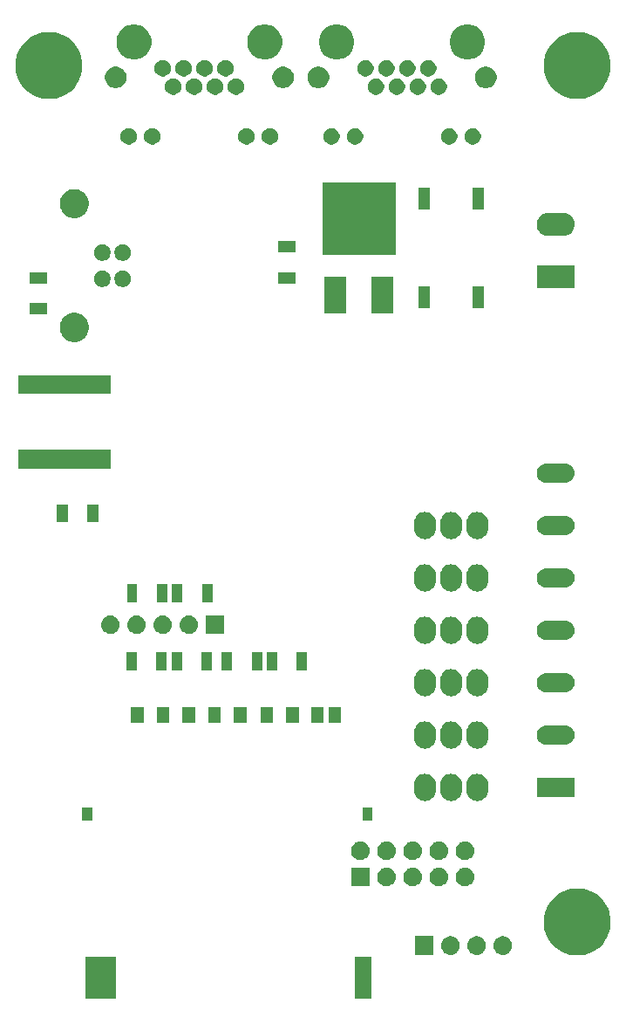
<source format=gbr>
G04 #@! TF.GenerationSoftware,KiCad,Pcbnew,(5.0.2)-1*
G04 #@! TF.CreationDate,2019-02-21T19:34:53+01:00*
G04 #@! TF.ProjectId,plyta_glowna,706c7974-615f-4676-9c6f-776e612e6b69,rev?*
G04 #@! TF.SameCoordinates,Original*
G04 #@! TF.FileFunction,Soldermask,Bot*
G04 #@! TF.FilePolarity,Negative*
%FSLAX46Y46*%
G04 Gerber Fmt 4.6, Leading zero omitted, Abs format (unit mm)*
G04 Created by KiCad (PCBNEW (5.0.2)-1) date 2019-02-21 19:34:53*
%MOMM*%
%LPD*%
G01*
G04 APERTURE LIST*
%ADD10C,0.100000*%
G04 APERTURE END LIST*
D10*
G36*
X136999000Y-145153000D02*
X135397000Y-145153000D01*
X135397000Y-141051000D01*
X136999000Y-141051000D01*
X136999000Y-145153000D01*
X136999000Y-145153000D01*
G37*
G36*
X112149000Y-145153000D02*
X109247000Y-145153000D01*
X109247000Y-141051000D01*
X112149000Y-141051000D01*
X112149000Y-145153000D01*
X112149000Y-145153000D01*
G37*
G36*
X157606239Y-134479467D02*
X157920282Y-134541934D01*
X158511926Y-134787001D01*
X158801523Y-134980504D01*
X159044395Y-135142786D01*
X159497214Y-135595605D01*
X159497216Y-135595608D01*
X159852999Y-136128074D01*
X159974724Y-136421944D01*
X160098066Y-136719719D01*
X160223000Y-137347803D01*
X160223000Y-137988197D01*
X160160533Y-138302239D01*
X160098066Y-138616282D01*
X159852999Y-139207926D01*
X159605265Y-139578685D01*
X159497214Y-139740395D01*
X159044395Y-140193214D01*
X159044392Y-140193216D01*
X158511926Y-140548999D01*
X157920282Y-140794066D01*
X157679487Y-140841963D01*
X157292197Y-140919000D01*
X156651803Y-140919000D01*
X156264513Y-140841963D01*
X156023718Y-140794066D01*
X155432074Y-140548999D01*
X154899608Y-140193216D01*
X154899605Y-140193214D01*
X154446786Y-139740395D01*
X154338735Y-139578685D01*
X154091001Y-139207926D01*
X153845934Y-138616282D01*
X153783467Y-138302239D01*
X153721000Y-137988197D01*
X153721000Y-137347803D01*
X153845934Y-136719719D01*
X153969276Y-136421944D01*
X154091001Y-136128074D01*
X154446784Y-135595608D01*
X154446786Y-135595605D01*
X154899605Y-135142786D01*
X155142477Y-134980504D01*
X155432074Y-134787001D01*
X156023718Y-134541934D01*
X156337761Y-134479467D01*
X156651803Y-134417000D01*
X157292197Y-134417000D01*
X157606239Y-134479467D01*
X157606239Y-134479467D01*
G37*
G36*
X144763442Y-139059518D02*
X144829627Y-139066037D01*
X144942853Y-139100384D01*
X144999467Y-139117557D01*
X145062832Y-139151427D01*
X145155991Y-139201222D01*
X145191729Y-139230552D01*
X145293186Y-139313814D01*
X145371693Y-139409476D01*
X145405778Y-139451009D01*
X145405779Y-139451011D01*
X145489443Y-139607533D01*
X145497572Y-139634332D01*
X145540963Y-139777373D01*
X145558359Y-139954000D01*
X145540963Y-140130627D01*
X145521977Y-140193214D01*
X145489443Y-140300467D01*
X145415348Y-140439087D01*
X145405778Y-140456991D01*
X145397013Y-140467671D01*
X145293186Y-140594186D01*
X145191729Y-140677448D01*
X145155991Y-140706778D01*
X145155989Y-140706779D01*
X144999467Y-140790443D01*
X144987523Y-140794066D01*
X144829627Y-140841963D01*
X144763443Y-140848481D01*
X144697260Y-140855000D01*
X144608740Y-140855000D01*
X144542557Y-140848481D01*
X144476373Y-140841963D01*
X144318477Y-140794066D01*
X144306533Y-140790443D01*
X144150011Y-140706779D01*
X144150009Y-140706778D01*
X144114271Y-140677448D01*
X144012814Y-140594186D01*
X143908987Y-140467671D01*
X143900222Y-140456991D01*
X143890652Y-140439087D01*
X143816557Y-140300467D01*
X143784023Y-140193214D01*
X143765037Y-140130627D01*
X143747641Y-139954000D01*
X143765037Y-139777373D01*
X143808428Y-139634332D01*
X143816557Y-139607533D01*
X143900221Y-139451011D01*
X143900222Y-139451009D01*
X143934307Y-139409476D01*
X144012814Y-139313814D01*
X144114271Y-139230552D01*
X144150009Y-139201222D01*
X144243168Y-139151427D01*
X144306533Y-139117557D01*
X144363147Y-139100384D01*
X144476373Y-139066037D01*
X144542558Y-139059518D01*
X144608740Y-139053000D01*
X144697260Y-139053000D01*
X144763442Y-139059518D01*
X144763442Y-139059518D01*
G37*
G36*
X147303442Y-139059518D02*
X147369627Y-139066037D01*
X147482853Y-139100384D01*
X147539467Y-139117557D01*
X147602832Y-139151427D01*
X147695991Y-139201222D01*
X147731729Y-139230552D01*
X147833186Y-139313814D01*
X147911693Y-139409476D01*
X147945778Y-139451009D01*
X147945779Y-139451011D01*
X148029443Y-139607533D01*
X148037572Y-139634332D01*
X148080963Y-139777373D01*
X148098359Y-139954000D01*
X148080963Y-140130627D01*
X148061977Y-140193214D01*
X148029443Y-140300467D01*
X147955348Y-140439087D01*
X147945778Y-140456991D01*
X147937013Y-140467671D01*
X147833186Y-140594186D01*
X147731729Y-140677448D01*
X147695991Y-140706778D01*
X147695989Y-140706779D01*
X147539467Y-140790443D01*
X147527523Y-140794066D01*
X147369627Y-140841963D01*
X147303443Y-140848481D01*
X147237260Y-140855000D01*
X147148740Y-140855000D01*
X147082557Y-140848481D01*
X147016373Y-140841963D01*
X146858477Y-140794066D01*
X146846533Y-140790443D01*
X146690011Y-140706779D01*
X146690009Y-140706778D01*
X146654271Y-140677448D01*
X146552814Y-140594186D01*
X146448987Y-140467671D01*
X146440222Y-140456991D01*
X146430652Y-140439087D01*
X146356557Y-140300467D01*
X146324023Y-140193214D01*
X146305037Y-140130627D01*
X146287641Y-139954000D01*
X146305037Y-139777373D01*
X146348428Y-139634332D01*
X146356557Y-139607533D01*
X146440221Y-139451011D01*
X146440222Y-139451009D01*
X146474307Y-139409476D01*
X146552814Y-139313814D01*
X146654271Y-139230552D01*
X146690009Y-139201222D01*
X146783168Y-139151427D01*
X146846533Y-139117557D01*
X146903147Y-139100384D01*
X147016373Y-139066037D01*
X147082558Y-139059518D01*
X147148740Y-139053000D01*
X147237260Y-139053000D01*
X147303442Y-139059518D01*
X147303442Y-139059518D01*
G37*
G36*
X149843442Y-139059518D02*
X149909627Y-139066037D01*
X150022853Y-139100384D01*
X150079467Y-139117557D01*
X150142832Y-139151427D01*
X150235991Y-139201222D01*
X150271729Y-139230552D01*
X150373186Y-139313814D01*
X150451693Y-139409476D01*
X150485778Y-139451009D01*
X150485779Y-139451011D01*
X150569443Y-139607533D01*
X150577572Y-139634332D01*
X150620963Y-139777373D01*
X150638359Y-139954000D01*
X150620963Y-140130627D01*
X150601977Y-140193214D01*
X150569443Y-140300467D01*
X150495348Y-140439087D01*
X150485778Y-140456991D01*
X150477013Y-140467671D01*
X150373186Y-140594186D01*
X150271729Y-140677448D01*
X150235991Y-140706778D01*
X150235989Y-140706779D01*
X150079467Y-140790443D01*
X150067523Y-140794066D01*
X149909627Y-140841963D01*
X149843443Y-140848481D01*
X149777260Y-140855000D01*
X149688740Y-140855000D01*
X149622557Y-140848481D01*
X149556373Y-140841963D01*
X149398477Y-140794066D01*
X149386533Y-140790443D01*
X149230011Y-140706779D01*
X149230009Y-140706778D01*
X149194271Y-140677448D01*
X149092814Y-140594186D01*
X148988987Y-140467671D01*
X148980222Y-140456991D01*
X148970652Y-140439087D01*
X148896557Y-140300467D01*
X148864023Y-140193214D01*
X148845037Y-140130627D01*
X148827641Y-139954000D01*
X148845037Y-139777373D01*
X148888428Y-139634332D01*
X148896557Y-139607533D01*
X148980221Y-139451011D01*
X148980222Y-139451009D01*
X149014307Y-139409476D01*
X149092814Y-139313814D01*
X149194271Y-139230552D01*
X149230009Y-139201222D01*
X149323168Y-139151427D01*
X149386533Y-139117557D01*
X149443147Y-139100384D01*
X149556373Y-139066037D01*
X149622558Y-139059518D01*
X149688740Y-139053000D01*
X149777260Y-139053000D01*
X149843442Y-139059518D01*
X149843442Y-139059518D01*
G37*
G36*
X143014000Y-140855000D02*
X141212000Y-140855000D01*
X141212000Y-139053000D01*
X143014000Y-139053000D01*
X143014000Y-140855000D01*
X143014000Y-140855000D01*
G37*
G36*
X143630443Y-132405519D02*
X143696627Y-132412037D01*
X143809853Y-132446384D01*
X143866467Y-132463557D01*
X144005087Y-132537652D01*
X144022991Y-132547222D01*
X144058729Y-132576552D01*
X144160186Y-132659814D01*
X144243448Y-132761271D01*
X144272778Y-132797009D01*
X144272779Y-132797011D01*
X144356443Y-132953533D01*
X144356443Y-132953534D01*
X144407963Y-133123373D01*
X144425359Y-133300000D01*
X144407963Y-133476627D01*
X144373616Y-133589853D01*
X144356443Y-133646467D01*
X144282348Y-133785087D01*
X144272778Y-133802991D01*
X144243448Y-133838729D01*
X144160186Y-133940186D01*
X144058729Y-134023448D01*
X144022991Y-134052778D01*
X144022989Y-134052779D01*
X143866467Y-134136443D01*
X143809853Y-134153616D01*
X143696627Y-134187963D01*
X143630443Y-134194481D01*
X143564260Y-134201000D01*
X143475740Y-134201000D01*
X143409557Y-134194481D01*
X143343373Y-134187963D01*
X143230147Y-134153616D01*
X143173533Y-134136443D01*
X143017011Y-134052779D01*
X143017009Y-134052778D01*
X142981271Y-134023448D01*
X142879814Y-133940186D01*
X142796552Y-133838729D01*
X142767222Y-133802991D01*
X142757652Y-133785087D01*
X142683557Y-133646467D01*
X142666384Y-133589853D01*
X142632037Y-133476627D01*
X142614641Y-133300000D01*
X142632037Y-133123373D01*
X142683557Y-132953534D01*
X142683557Y-132953533D01*
X142767221Y-132797011D01*
X142767222Y-132797009D01*
X142796552Y-132761271D01*
X142879814Y-132659814D01*
X142981271Y-132576552D01*
X143017009Y-132547222D01*
X143034913Y-132537652D01*
X143173533Y-132463557D01*
X143230147Y-132446384D01*
X143343373Y-132412037D01*
X143409557Y-132405519D01*
X143475740Y-132399000D01*
X143564260Y-132399000D01*
X143630443Y-132405519D01*
X143630443Y-132405519D01*
G37*
G36*
X141090443Y-132405519D02*
X141156627Y-132412037D01*
X141269853Y-132446384D01*
X141326467Y-132463557D01*
X141465087Y-132537652D01*
X141482991Y-132547222D01*
X141518729Y-132576552D01*
X141620186Y-132659814D01*
X141703448Y-132761271D01*
X141732778Y-132797009D01*
X141732779Y-132797011D01*
X141816443Y-132953533D01*
X141816443Y-132953534D01*
X141867963Y-133123373D01*
X141885359Y-133300000D01*
X141867963Y-133476627D01*
X141833616Y-133589853D01*
X141816443Y-133646467D01*
X141742348Y-133785087D01*
X141732778Y-133802991D01*
X141703448Y-133838729D01*
X141620186Y-133940186D01*
X141518729Y-134023448D01*
X141482991Y-134052778D01*
X141482989Y-134052779D01*
X141326467Y-134136443D01*
X141269853Y-134153616D01*
X141156627Y-134187963D01*
X141090443Y-134194481D01*
X141024260Y-134201000D01*
X140935740Y-134201000D01*
X140869557Y-134194481D01*
X140803373Y-134187963D01*
X140690147Y-134153616D01*
X140633533Y-134136443D01*
X140477011Y-134052779D01*
X140477009Y-134052778D01*
X140441271Y-134023448D01*
X140339814Y-133940186D01*
X140256552Y-133838729D01*
X140227222Y-133802991D01*
X140217652Y-133785087D01*
X140143557Y-133646467D01*
X140126384Y-133589853D01*
X140092037Y-133476627D01*
X140074641Y-133300000D01*
X140092037Y-133123373D01*
X140143557Y-132953534D01*
X140143557Y-132953533D01*
X140227221Y-132797011D01*
X140227222Y-132797009D01*
X140256552Y-132761271D01*
X140339814Y-132659814D01*
X140441271Y-132576552D01*
X140477009Y-132547222D01*
X140494913Y-132537652D01*
X140633533Y-132463557D01*
X140690147Y-132446384D01*
X140803373Y-132412037D01*
X140869557Y-132405519D01*
X140935740Y-132399000D01*
X141024260Y-132399000D01*
X141090443Y-132405519D01*
X141090443Y-132405519D01*
G37*
G36*
X136801000Y-134201000D02*
X134999000Y-134201000D01*
X134999000Y-132399000D01*
X136801000Y-132399000D01*
X136801000Y-134201000D01*
X136801000Y-134201000D01*
G37*
G36*
X146170443Y-132405519D02*
X146236627Y-132412037D01*
X146349853Y-132446384D01*
X146406467Y-132463557D01*
X146545087Y-132537652D01*
X146562991Y-132547222D01*
X146598729Y-132576552D01*
X146700186Y-132659814D01*
X146783448Y-132761271D01*
X146812778Y-132797009D01*
X146812779Y-132797011D01*
X146896443Y-132953533D01*
X146896443Y-132953534D01*
X146947963Y-133123373D01*
X146965359Y-133300000D01*
X146947963Y-133476627D01*
X146913616Y-133589853D01*
X146896443Y-133646467D01*
X146822348Y-133785087D01*
X146812778Y-133802991D01*
X146783448Y-133838729D01*
X146700186Y-133940186D01*
X146598729Y-134023448D01*
X146562991Y-134052778D01*
X146562989Y-134052779D01*
X146406467Y-134136443D01*
X146349853Y-134153616D01*
X146236627Y-134187963D01*
X146170443Y-134194481D01*
X146104260Y-134201000D01*
X146015740Y-134201000D01*
X145949557Y-134194481D01*
X145883373Y-134187963D01*
X145770147Y-134153616D01*
X145713533Y-134136443D01*
X145557011Y-134052779D01*
X145557009Y-134052778D01*
X145521271Y-134023448D01*
X145419814Y-133940186D01*
X145336552Y-133838729D01*
X145307222Y-133802991D01*
X145297652Y-133785087D01*
X145223557Y-133646467D01*
X145206384Y-133589853D01*
X145172037Y-133476627D01*
X145154641Y-133300000D01*
X145172037Y-133123373D01*
X145223557Y-132953534D01*
X145223557Y-132953533D01*
X145307221Y-132797011D01*
X145307222Y-132797009D01*
X145336552Y-132761271D01*
X145419814Y-132659814D01*
X145521271Y-132576552D01*
X145557009Y-132547222D01*
X145574913Y-132537652D01*
X145713533Y-132463557D01*
X145770147Y-132446384D01*
X145883373Y-132412037D01*
X145949557Y-132405519D01*
X146015740Y-132399000D01*
X146104260Y-132399000D01*
X146170443Y-132405519D01*
X146170443Y-132405519D01*
G37*
G36*
X138550443Y-132405519D02*
X138616627Y-132412037D01*
X138729853Y-132446384D01*
X138786467Y-132463557D01*
X138925087Y-132537652D01*
X138942991Y-132547222D01*
X138978729Y-132576552D01*
X139080186Y-132659814D01*
X139163448Y-132761271D01*
X139192778Y-132797009D01*
X139192779Y-132797011D01*
X139276443Y-132953533D01*
X139276443Y-132953534D01*
X139327963Y-133123373D01*
X139345359Y-133300000D01*
X139327963Y-133476627D01*
X139293616Y-133589853D01*
X139276443Y-133646467D01*
X139202348Y-133785087D01*
X139192778Y-133802991D01*
X139163448Y-133838729D01*
X139080186Y-133940186D01*
X138978729Y-134023448D01*
X138942991Y-134052778D01*
X138942989Y-134052779D01*
X138786467Y-134136443D01*
X138729853Y-134153616D01*
X138616627Y-134187963D01*
X138550443Y-134194481D01*
X138484260Y-134201000D01*
X138395740Y-134201000D01*
X138329557Y-134194481D01*
X138263373Y-134187963D01*
X138150147Y-134153616D01*
X138093533Y-134136443D01*
X137937011Y-134052779D01*
X137937009Y-134052778D01*
X137901271Y-134023448D01*
X137799814Y-133940186D01*
X137716552Y-133838729D01*
X137687222Y-133802991D01*
X137677652Y-133785087D01*
X137603557Y-133646467D01*
X137586384Y-133589853D01*
X137552037Y-133476627D01*
X137534641Y-133300000D01*
X137552037Y-133123373D01*
X137603557Y-132953534D01*
X137603557Y-132953533D01*
X137687221Y-132797011D01*
X137687222Y-132797009D01*
X137716552Y-132761271D01*
X137799814Y-132659814D01*
X137901271Y-132576552D01*
X137937009Y-132547222D01*
X137954913Y-132537652D01*
X138093533Y-132463557D01*
X138150147Y-132446384D01*
X138263373Y-132412037D01*
X138329557Y-132405519D01*
X138395740Y-132399000D01*
X138484260Y-132399000D01*
X138550443Y-132405519D01*
X138550443Y-132405519D01*
G37*
G36*
X146170443Y-129865519D02*
X146236627Y-129872037D01*
X146349853Y-129906384D01*
X146406467Y-129923557D01*
X146545087Y-129997652D01*
X146562991Y-130007222D01*
X146598729Y-130036552D01*
X146700186Y-130119814D01*
X146783448Y-130221271D01*
X146812778Y-130257009D01*
X146812779Y-130257011D01*
X146896443Y-130413533D01*
X146896443Y-130413534D01*
X146947963Y-130583373D01*
X146965359Y-130760000D01*
X146947963Y-130936627D01*
X146913616Y-131049853D01*
X146896443Y-131106467D01*
X146822348Y-131245087D01*
X146812778Y-131262991D01*
X146783448Y-131298729D01*
X146700186Y-131400186D01*
X146598729Y-131483448D01*
X146562991Y-131512778D01*
X146562989Y-131512779D01*
X146406467Y-131596443D01*
X146349853Y-131613616D01*
X146236627Y-131647963D01*
X146170443Y-131654481D01*
X146104260Y-131661000D01*
X146015740Y-131661000D01*
X145949557Y-131654481D01*
X145883373Y-131647963D01*
X145770147Y-131613616D01*
X145713533Y-131596443D01*
X145557011Y-131512779D01*
X145557009Y-131512778D01*
X145521271Y-131483448D01*
X145419814Y-131400186D01*
X145336552Y-131298729D01*
X145307222Y-131262991D01*
X145297652Y-131245087D01*
X145223557Y-131106467D01*
X145206384Y-131049853D01*
X145172037Y-130936627D01*
X145154641Y-130760000D01*
X145172037Y-130583373D01*
X145223557Y-130413534D01*
X145223557Y-130413533D01*
X145307221Y-130257011D01*
X145307222Y-130257009D01*
X145336552Y-130221271D01*
X145419814Y-130119814D01*
X145521271Y-130036552D01*
X145557009Y-130007222D01*
X145574913Y-129997652D01*
X145713533Y-129923557D01*
X145770147Y-129906384D01*
X145883373Y-129872037D01*
X145949557Y-129865519D01*
X146015740Y-129859000D01*
X146104260Y-129859000D01*
X146170443Y-129865519D01*
X146170443Y-129865519D01*
G37*
G36*
X136010443Y-129865519D02*
X136076627Y-129872037D01*
X136189853Y-129906384D01*
X136246467Y-129923557D01*
X136385087Y-129997652D01*
X136402991Y-130007222D01*
X136438729Y-130036552D01*
X136540186Y-130119814D01*
X136623448Y-130221271D01*
X136652778Y-130257009D01*
X136652779Y-130257011D01*
X136736443Y-130413533D01*
X136736443Y-130413534D01*
X136787963Y-130583373D01*
X136805359Y-130760000D01*
X136787963Y-130936627D01*
X136753616Y-131049853D01*
X136736443Y-131106467D01*
X136662348Y-131245087D01*
X136652778Y-131262991D01*
X136623448Y-131298729D01*
X136540186Y-131400186D01*
X136438729Y-131483448D01*
X136402991Y-131512778D01*
X136402989Y-131512779D01*
X136246467Y-131596443D01*
X136189853Y-131613616D01*
X136076627Y-131647963D01*
X136010443Y-131654481D01*
X135944260Y-131661000D01*
X135855740Y-131661000D01*
X135789557Y-131654481D01*
X135723373Y-131647963D01*
X135610147Y-131613616D01*
X135553533Y-131596443D01*
X135397011Y-131512779D01*
X135397009Y-131512778D01*
X135361271Y-131483448D01*
X135259814Y-131400186D01*
X135176552Y-131298729D01*
X135147222Y-131262991D01*
X135137652Y-131245087D01*
X135063557Y-131106467D01*
X135046384Y-131049853D01*
X135012037Y-130936627D01*
X134994641Y-130760000D01*
X135012037Y-130583373D01*
X135063557Y-130413534D01*
X135063557Y-130413533D01*
X135147221Y-130257011D01*
X135147222Y-130257009D01*
X135176552Y-130221271D01*
X135259814Y-130119814D01*
X135361271Y-130036552D01*
X135397009Y-130007222D01*
X135414913Y-129997652D01*
X135553533Y-129923557D01*
X135610147Y-129906384D01*
X135723373Y-129872037D01*
X135789557Y-129865519D01*
X135855740Y-129859000D01*
X135944260Y-129859000D01*
X136010443Y-129865519D01*
X136010443Y-129865519D01*
G37*
G36*
X138550443Y-129865519D02*
X138616627Y-129872037D01*
X138729853Y-129906384D01*
X138786467Y-129923557D01*
X138925087Y-129997652D01*
X138942991Y-130007222D01*
X138978729Y-130036552D01*
X139080186Y-130119814D01*
X139163448Y-130221271D01*
X139192778Y-130257009D01*
X139192779Y-130257011D01*
X139276443Y-130413533D01*
X139276443Y-130413534D01*
X139327963Y-130583373D01*
X139345359Y-130760000D01*
X139327963Y-130936627D01*
X139293616Y-131049853D01*
X139276443Y-131106467D01*
X139202348Y-131245087D01*
X139192778Y-131262991D01*
X139163448Y-131298729D01*
X139080186Y-131400186D01*
X138978729Y-131483448D01*
X138942991Y-131512778D01*
X138942989Y-131512779D01*
X138786467Y-131596443D01*
X138729853Y-131613616D01*
X138616627Y-131647963D01*
X138550443Y-131654481D01*
X138484260Y-131661000D01*
X138395740Y-131661000D01*
X138329557Y-131654481D01*
X138263373Y-131647963D01*
X138150147Y-131613616D01*
X138093533Y-131596443D01*
X137937011Y-131512779D01*
X137937009Y-131512778D01*
X137901271Y-131483448D01*
X137799814Y-131400186D01*
X137716552Y-131298729D01*
X137687222Y-131262991D01*
X137677652Y-131245087D01*
X137603557Y-131106467D01*
X137586384Y-131049853D01*
X137552037Y-130936627D01*
X137534641Y-130760000D01*
X137552037Y-130583373D01*
X137603557Y-130413534D01*
X137603557Y-130413533D01*
X137687221Y-130257011D01*
X137687222Y-130257009D01*
X137716552Y-130221271D01*
X137799814Y-130119814D01*
X137901271Y-130036552D01*
X137937009Y-130007222D01*
X137954913Y-129997652D01*
X138093533Y-129923557D01*
X138150147Y-129906384D01*
X138263373Y-129872037D01*
X138329557Y-129865519D01*
X138395740Y-129859000D01*
X138484260Y-129859000D01*
X138550443Y-129865519D01*
X138550443Y-129865519D01*
G37*
G36*
X141090443Y-129865519D02*
X141156627Y-129872037D01*
X141269853Y-129906384D01*
X141326467Y-129923557D01*
X141465087Y-129997652D01*
X141482991Y-130007222D01*
X141518729Y-130036552D01*
X141620186Y-130119814D01*
X141703448Y-130221271D01*
X141732778Y-130257009D01*
X141732779Y-130257011D01*
X141816443Y-130413533D01*
X141816443Y-130413534D01*
X141867963Y-130583373D01*
X141885359Y-130760000D01*
X141867963Y-130936627D01*
X141833616Y-131049853D01*
X141816443Y-131106467D01*
X141742348Y-131245087D01*
X141732778Y-131262991D01*
X141703448Y-131298729D01*
X141620186Y-131400186D01*
X141518729Y-131483448D01*
X141482991Y-131512778D01*
X141482989Y-131512779D01*
X141326467Y-131596443D01*
X141269853Y-131613616D01*
X141156627Y-131647963D01*
X141090443Y-131654481D01*
X141024260Y-131661000D01*
X140935740Y-131661000D01*
X140869557Y-131654481D01*
X140803373Y-131647963D01*
X140690147Y-131613616D01*
X140633533Y-131596443D01*
X140477011Y-131512779D01*
X140477009Y-131512778D01*
X140441271Y-131483448D01*
X140339814Y-131400186D01*
X140256552Y-131298729D01*
X140227222Y-131262991D01*
X140217652Y-131245087D01*
X140143557Y-131106467D01*
X140126384Y-131049853D01*
X140092037Y-130936627D01*
X140074641Y-130760000D01*
X140092037Y-130583373D01*
X140143557Y-130413534D01*
X140143557Y-130413533D01*
X140227221Y-130257011D01*
X140227222Y-130257009D01*
X140256552Y-130221271D01*
X140339814Y-130119814D01*
X140441271Y-130036552D01*
X140477009Y-130007222D01*
X140494913Y-129997652D01*
X140633533Y-129923557D01*
X140690147Y-129906384D01*
X140803373Y-129872037D01*
X140869557Y-129865519D01*
X140935740Y-129859000D01*
X141024260Y-129859000D01*
X141090443Y-129865519D01*
X141090443Y-129865519D01*
G37*
G36*
X143630443Y-129865519D02*
X143696627Y-129872037D01*
X143809853Y-129906384D01*
X143866467Y-129923557D01*
X144005087Y-129997652D01*
X144022991Y-130007222D01*
X144058729Y-130036552D01*
X144160186Y-130119814D01*
X144243448Y-130221271D01*
X144272778Y-130257009D01*
X144272779Y-130257011D01*
X144356443Y-130413533D01*
X144356443Y-130413534D01*
X144407963Y-130583373D01*
X144425359Y-130760000D01*
X144407963Y-130936627D01*
X144373616Y-131049853D01*
X144356443Y-131106467D01*
X144282348Y-131245087D01*
X144272778Y-131262991D01*
X144243448Y-131298729D01*
X144160186Y-131400186D01*
X144058729Y-131483448D01*
X144022991Y-131512778D01*
X144022989Y-131512779D01*
X143866467Y-131596443D01*
X143809853Y-131613616D01*
X143696627Y-131647963D01*
X143630443Y-131654481D01*
X143564260Y-131661000D01*
X143475740Y-131661000D01*
X143409557Y-131654481D01*
X143343373Y-131647963D01*
X143230147Y-131613616D01*
X143173533Y-131596443D01*
X143017011Y-131512779D01*
X143017009Y-131512778D01*
X142981271Y-131483448D01*
X142879814Y-131400186D01*
X142796552Y-131298729D01*
X142767222Y-131262991D01*
X142757652Y-131245087D01*
X142683557Y-131106467D01*
X142666384Y-131049853D01*
X142632037Y-130936627D01*
X142614641Y-130760000D01*
X142632037Y-130583373D01*
X142683557Y-130413534D01*
X142683557Y-130413533D01*
X142767221Y-130257011D01*
X142767222Y-130257009D01*
X142796552Y-130221271D01*
X142879814Y-130119814D01*
X142981271Y-130036552D01*
X143017009Y-130007222D01*
X143034913Y-129997652D01*
X143173533Y-129923557D01*
X143230147Y-129906384D01*
X143343373Y-129872037D01*
X143409557Y-129865519D01*
X143475740Y-129859000D01*
X143564260Y-129859000D01*
X143630443Y-129865519D01*
X143630443Y-129865519D01*
G37*
G36*
X137099000Y-127853000D02*
X136097000Y-127853000D01*
X136097000Y-126551000D01*
X137099000Y-126551000D01*
X137099000Y-127853000D01*
X137099000Y-127853000D01*
G37*
G36*
X109899000Y-127853000D02*
X108897000Y-127853000D01*
X108897000Y-126551000D01*
X109899000Y-126551000D01*
X109899000Y-127853000D01*
X109899000Y-127853000D01*
G37*
G36*
X144932488Y-123314679D02*
X145133619Y-123375691D01*
X145166219Y-123393116D01*
X145318982Y-123474769D01*
X145481453Y-123608107D01*
X145614791Y-123770578D01*
X145696443Y-123923341D01*
X145713869Y-123955942D01*
X145774881Y-124157073D01*
X145790320Y-124313830D01*
X145790320Y-124926651D01*
X145774881Y-125083408D01*
X145713869Y-125284539D01*
X145713866Y-125284544D01*
X145614791Y-125469902D01*
X145481453Y-125632373D01*
X145318981Y-125765711D01*
X145179345Y-125840348D01*
X145133618Y-125864789D01*
X144932487Y-125925801D01*
X144723320Y-125946402D01*
X144514152Y-125925801D01*
X144313021Y-125864789D01*
X144280421Y-125847364D01*
X144127658Y-125765711D01*
X143965187Y-125632373D01*
X143831849Y-125469901D01*
X143757212Y-125330265D01*
X143732771Y-125284538D01*
X143671759Y-125083407D01*
X143656320Y-124926650D01*
X143656320Y-124313829D01*
X143671759Y-124157072D01*
X143732771Y-123955941D01*
X143778892Y-123869657D01*
X143831851Y-123770577D01*
X143965188Y-123608107D01*
X144127659Y-123474769D01*
X144280422Y-123393116D01*
X144313022Y-123375691D01*
X144514153Y-123314679D01*
X144723320Y-123294078D01*
X144932488Y-123314679D01*
X144932488Y-123314679D01*
G37*
G36*
X147472488Y-123314679D02*
X147673619Y-123375691D01*
X147706219Y-123393116D01*
X147858982Y-123474769D01*
X148021453Y-123608107D01*
X148154791Y-123770578D01*
X148236443Y-123923341D01*
X148253869Y-123955942D01*
X148314881Y-124157073D01*
X148330320Y-124313830D01*
X148330320Y-124926651D01*
X148314881Y-125083408D01*
X148253869Y-125284539D01*
X148253866Y-125284544D01*
X148154791Y-125469902D01*
X148021453Y-125632373D01*
X147858981Y-125765711D01*
X147719345Y-125840348D01*
X147673618Y-125864789D01*
X147472487Y-125925801D01*
X147263320Y-125946402D01*
X147054152Y-125925801D01*
X146853021Y-125864789D01*
X146820421Y-125847364D01*
X146667658Y-125765711D01*
X146505187Y-125632373D01*
X146371849Y-125469901D01*
X146297212Y-125330265D01*
X146272771Y-125284538D01*
X146211759Y-125083407D01*
X146196320Y-124926650D01*
X146196320Y-124313829D01*
X146211759Y-124157072D01*
X146272771Y-123955941D01*
X146318892Y-123869657D01*
X146371851Y-123770577D01*
X146505188Y-123608107D01*
X146667659Y-123474769D01*
X146820422Y-123393116D01*
X146853022Y-123375691D01*
X147054153Y-123314679D01*
X147263320Y-123294078D01*
X147472488Y-123314679D01*
X147472488Y-123314679D01*
G37*
G36*
X142392488Y-123314679D02*
X142593619Y-123375691D01*
X142626219Y-123393116D01*
X142778982Y-123474769D01*
X142941453Y-123608107D01*
X143074791Y-123770578D01*
X143156443Y-123923341D01*
X143173869Y-123955942D01*
X143234881Y-124157073D01*
X143250320Y-124313830D01*
X143250320Y-124926651D01*
X143234881Y-125083408D01*
X143173869Y-125284539D01*
X143173866Y-125284544D01*
X143074791Y-125469902D01*
X142941453Y-125632373D01*
X142778981Y-125765711D01*
X142639345Y-125840348D01*
X142593618Y-125864789D01*
X142392487Y-125925801D01*
X142183320Y-125946402D01*
X141974152Y-125925801D01*
X141773021Y-125864789D01*
X141740421Y-125847364D01*
X141587658Y-125765711D01*
X141425187Y-125632373D01*
X141291849Y-125469901D01*
X141217212Y-125330265D01*
X141192771Y-125284538D01*
X141131759Y-125083407D01*
X141116320Y-124926650D01*
X141116320Y-124313829D01*
X141131759Y-124157072D01*
X141192771Y-123955941D01*
X141238892Y-123869657D01*
X141291851Y-123770577D01*
X141425188Y-123608107D01*
X141587659Y-123474769D01*
X141740422Y-123393116D01*
X141773022Y-123375691D01*
X141974153Y-123314679D01*
X142183320Y-123294078D01*
X142392488Y-123314679D01*
X142392488Y-123314679D01*
G37*
G36*
X156734320Y-125571240D02*
X153032320Y-125571240D01*
X153032320Y-123669240D01*
X156734320Y-123669240D01*
X156734320Y-125571240D01*
X156734320Y-125571240D01*
G37*
G36*
X144932488Y-118234679D02*
X145133619Y-118295691D01*
X145166219Y-118313116D01*
X145318982Y-118394769D01*
X145481453Y-118528107D01*
X145614791Y-118690578D01*
X145696443Y-118843341D01*
X145713869Y-118875942D01*
X145774881Y-119077073D01*
X145790320Y-119233830D01*
X145790320Y-119846651D01*
X145774881Y-120003408D01*
X145713869Y-120204539D01*
X145696444Y-120237139D01*
X145614791Y-120389902D01*
X145481453Y-120552373D01*
X145318981Y-120685711D01*
X145179345Y-120760348D01*
X145133618Y-120784789D01*
X144932487Y-120845801D01*
X144723320Y-120866402D01*
X144514152Y-120845801D01*
X144313021Y-120784789D01*
X144280421Y-120767364D01*
X144127658Y-120685711D01*
X143965187Y-120552373D01*
X143831849Y-120389901D01*
X143738872Y-120215952D01*
X143732771Y-120204538D01*
X143671759Y-120003407D01*
X143656320Y-119846650D01*
X143656320Y-119233829D01*
X143671759Y-119077072D01*
X143732771Y-118875941D01*
X143802394Y-118745688D01*
X143831851Y-118690577D01*
X143965188Y-118528107D01*
X144127659Y-118394769D01*
X144280422Y-118313116D01*
X144313022Y-118295691D01*
X144514153Y-118234679D01*
X144723320Y-118214078D01*
X144932488Y-118234679D01*
X144932488Y-118234679D01*
G37*
G36*
X147472488Y-118234679D02*
X147673619Y-118295691D01*
X147706219Y-118313116D01*
X147858982Y-118394769D01*
X148021453Y-118528107D01*
X148154791Y-118690578D01*
X148236443Y-118843341D01*
X148253869Y-118875942D01*
X148314881Y-119077073D01*
X148330320Y-119233830D01*
X148330320Y-119846651D01*
X148314881Y-120003408D01*
X148253869Y-120204539D01*
X148236444Y-120237139D01*
X148154791Y-120389902D01*
X148021453Y-120552373D01*
X147858981Y-120685711D01*
X147719345Y-120760348D01*
X147673618Y-120784789D01*
X147472487Y-120845801D01*
X147263320Y-120866402D01*
X147054152Y-120845801D01*
X146853021Y-120784789D01*
X146820421Y-120767364D01*
X146667658Y-120685711D01*
X146505187Y-120552373D01*
X146371849Y-120389901D01*
X146278872Y-120215952D01*
X146272771Y-120204538D01*
X146211759Y-120003407D01*
X146196320Y-119846650D01*
X146196320Y-119233829D01*
X146211759Y-119077072D01*
X146272771Y-118875941D01*
X146342394Y-118745688D01*
X146371851Y-118690577D01*
X146505188Y-118528107D01*
X146667659Y-118394769D01*
X146820422Y-118313116D01*
X146853022Y-118295691D01*
X147054153Y-118234679D01*
X147263320Y-118214078D01*
X147472488Y-118234679D01*
X147472488Y-118234679D01*
G37*
G36*
X142392488Y-118234679D02*
X142593619Y-118295691D01*
X142626219Y-118313116D01*
X142778982Y-118394769D01*
X142941453Y-118528107D01*
X143074791Y-118690578D01*
X143156443Y-118843341D01*
X143173869Y-118875942D01*
X143234881Y-119077073D01*
X143250320Y-119233830D01*
X143250320Y-119846651D01*
X143234881Y-120003408D01*
X143173869Y-120204539D01*
X143156444Y-120237139D01*
X143074791Y-120389902D01*
X142941453Y-120552373D01*
X142778981Y-120685711D01*
X142639345Y-120760348D01*
X142593618Y-120784789D01*
X142392487Y-120845801D01*
X142183320Y-120866402D01*
X141974152Y-120845801D01*
X141773021Y-120784789D01*
X141740421Y-120767364D01*
X141587658Y-120685711D01*
X141425187Y-120552373D01*
X141291849Y-120389901D01*
X141198872Y-120215952D01*
X141192771Y-120204538D01*
X141131759Y-120003407D01*
X141116320Y-119846650D01*
X141116320Y-119233829D01*
X141131759Y-119077072D01*
X141192771Y-118875941D01*
X141262394Y-118745688D01*
X141291851Y-118690577D01*
X141425188Y-118528107D01*
X141587659Y-118394769D01*
X141740422Y-118313116D01*
X141773022Y-118295691D01*
X141974153Y-118234679D01*
X142183320Y-118214078D01*
X142392488Y-118234679D01*
X142392488Y-118234679D01*
G37*
G36*
X155969745Y-118603000D02*
X155969748Y-118603001D01*
X155969749Y-118603001D01*
X156149013Y-118657380D01*
X156149015Y-118657381D01*
X156314225Y-118745688D01*
X156459032Y-118864528D01*
X156577872Y-119009335D01*
X156577873Y-119009337D01*
X156666180Y-119174547D01*
X156684163Y-119233829D01*
X156720560Y-119353815D01*
X156738921Y-119540240D01*
X156720560Y-119726665D01*
X156720559Y-119726668D01*
X156720559Y-119726669D01*
X156684163Y-119846652D01*
X156666179Y-119905935D01*
X156577872Y-120071145D01*
X156459032Y-120215952D01*
X156314225Y-120334792D01*
X156314223Y-120334793D01*
X156149013Y-120423100D01*
X155969749Y-120477479D01*
X155969748Y-120477479D01*
X155969745Y-120477480D01*
X155830038Y-120491240D01*
X153936602Y-120491240D01*
X153796895Y-120477480D01*
X153796892Y-120477479D01*
X153796891Y-120477479D01*
X153617627Y-120423100D01*
X153452417Y-120334793D01*
X153452415Y-120334792D01*
X153307608Y-120215952D01*
X153188768Y-120071145D01*
X153100461Y-119905935D01*
X153082478Y-119846652D01*
X153046081Y-119726669D01*
X153046081Y-119726668D01*
X153046080Y-119726665D01*
X153027719Y-119540240D01*
X153046080Y-119353815D01*
X153082477Y-119233829D01*
X153100460Y-119174547D01*
X153188767Y-119009337D01*
X153188768Y-119009335D01*
X153307608Y-118864528D01*
X153452415Y-118745688D01*
X153617625Y-118657381D01*
X153617627Y-118657380D01*
X153796891Y-118603001D01*
X153796892Y-118603001D01*
X153796895Y-118603000D01*
X153936602Y-118589240D01*
X155830038Y-118589240D01*
X155969745Y-118603000D01*
X155969745Y-118603000D01*
G37*
G36*
X117349000Y-118353000D02*
X116147000Y-118353000D01*
X116147000Y-116851000D01*
X117349000Y-116851000D01*
X117349000Y-118353000D01*
X117349000Y-118353000D01*
G37*
G36*
X119849000Y-118353000D02*
X118647000Y-118353000D01*
X118647000Y-116851000D01*
X119849000Y-116851000D01*
X119849000Y-118353000D01*
X119849000Y-118353000D01*
G37*
G36*
X114849000Y-118353000D02*
X113647000Y-118353000D01*
X113647000Y-116851000D01*
X114849000Y-116851000D01*
X114849000Y-118353000D01*
X114849000Y-118353000D01*
G37*
G36*
X134049000Y-118353000D02*
X132847000Y-118353000D01*
X132847000Y-116851000D01*
X134049000Y-116851000D01*
X134049000Y-118353000D01*
X134049000Y-118353000D01*
G37*
G36*
X122349000Y-118353000D02*
X121147000Y-118353000D01*
X121147000Y-116851000D01*
X122349000Y-116851000D01*
X122349000Y-118353000D01*
X122349000Y-118353000D01*
G37*
G36*
X124849000Y-118353000D02*
X123647000Y-118353000D01*
X123647000Y-116851000D01*
X124849000Y-116851000D01*
X124849000Y-118353000D01*
X124849000Y-118353000D01*
G37*
G36*
X129919000Y-118353000D02*
X128717000Y-118353000D01*
X128717000Y-116851000D01*
X129919000Y-116851000D01*
X129919000Y-118353000D01*
X129919000Y-118353000D01*
G37*
G36*
X127419000Y-118353000D02*
X126217000Y-118353000D01*
X126217000Y-116851000D01*
X127419000Y-116851000D01*
X127419000Y-118353000D01*
X127419000Y-118353000D01*
G37*
G36*
X132349000Y-118353000D02*
X131147000Y-118353000D01*
X131147000Y-116851000D01*
X132349000Y-116851000D01*
X132349000Y-118353000D01*
X132349000Y-118353000D01*
G37*
G36*
X144932488Y-113154679D02*
X145133619Y-113215691D01*
X145166219Y-113233116D01*
X145318982Y-113314769D01*
X145481453Y-113448107D01*
X145614791Y-113610578D01*
X145696443Y-113763341D01*
X145713869Y-113795942D01*
X145774881Y-113997073D01*
X145790320Y-114153830D01*
X145790320Y-114766651D01*
X145774881Y-114923408D01*
X145713869Y-115124539D01*
X145696444Y-115157139D01*
X145614791Y-115309902D01*
X145481453Y-115472373D01*
X145318981Y-115605711D01*
X145179345Y-115680348D01*
X145133618Y-115704789D01*
X144932487Y-115765801D01*
X144723320Y-115786402D01*
X144514152Y-115765801D01*
X144313021Y-115704789D01*
X144280421Y-115687364D01*
X144127658Y-115605711D01*
X143965187Y-115472373D01*
X143831849Y-115309901D01*
X143738872Y-115135952D01*
X143732771Y-115124538D01*
X143671759Y-114923407D01*
X143656320Y-114766650D01*
X143656320Y-114153829D01*
X143671759Y-113997072D01*
X143732771Y-113795941D01*
X143802394Y-113665688D01*
X143831851Y-113610577D01*
X143965188Y-113448107D01*
X144127659Y-113314769D01*
X144280422Y-113233116D01*
X144313022Y-113215691D01*
X144514153Y-113154679D01*
X144723320Y-113134078D01*
X144932488Y-113154679D01*
X144932488Y-113154679D01*
G37*
G36*
X147472488Y-113154679D02*
X147673619Y-113215691D01*
X147706219Y-113233116D01*
X147858982Y-113314769D01*
X148021453Y-113448107D01*
X148154791Y-113610578D01*
X148236443Y-113763341D01*
X148253869Y-113795942D01*
X148314881Y-113997073D01*
X148330320Y-114153830D01*
X148330320Y-114766651D01*
X148314881Y-114923408D01*
X148253869Y-115124539D01*
X148236444Y-115157139D01*
X148154791Y-115309902D01*
X148021453Y-115472373D01*
X147858981Y-115605711D01*
X147719345Y-115680348D01*
X147673618Y-115704789D01*
X147472487Y-115765801D01*
X147263320Y-115786402D01*
X147054152Y-115765801D01*
X146853021Y-115704789D01*
X146820421Y-115687364D01*
X146667658Y-115605711D01*
X146505187Y-115472373D01*
X146371849Y-115309901D01*
X146278872Y-115135952D01*
X146272771Y-115124538D01*
X146211759Y-114923407D01*
X146196320Y-114766650D01*
X146196320Y-114153829D01*
X146211759Y-113997072D01*
X146272771Y-113795941D01*
X146342394Y-113665688D01*
X146371851Y-113610577D01*
X146505188Y-113448107D01*
X146667659Y-113314769D01*
X146820422Y-113233116D01*
X146853022Y-113215691D01*
X147054153Y-113154679D01*
X147263320Y-113134078D01*
X147472488Y-113154679D01*
X147472488Y-113154679D01*
G37*
G36*
X142392488Y-113154679D02*
X142593619Y-113215691D01*
X142626219Y-113233116D01*
X142778982Y-113314769D01*
X142941453Y-113448107D01*
X143074791Y-113610578D01*
X143156443Y-113763341D01*
X143173869Y-113795942D01*
X143234881Y-113997073D01*
X143250320Y-114153830D01*
X143250320Y-114766651D01*
X143234881Y-114923408D01*
X143173869Y-115124539D01*
X143156444Y-115157139D01*
X143074791Y-115309902D01*
X142941453Y-115472373D01*
X142778981Y-115605711D01*
X142639345Y-115680348D01*
X142593618Y-115704789D01*
X142392487Y-115765801D01*
X142183320Y-115786402D01*
X141974152Y-115765801D01*
X141773021Y-115704789D01*
X141740421Y-115687364D01*
X141587658Y-115605711D01*
X141425187Y-115472373D01*
X141291849Y-115309901D01*
X141198872Y-115135952D01*
X141192771Y-115124538D01*
X141131759Y-114923407D01*
X141116320Y-114766650D01*
X141116320Y-114153829D01*
X141131759Y-113997072D01*
X141192771Y-113795941D01*
X141262394Y-113665688D01*
X141291851Y-113610577D01*
X141425188Y-113448107D01*
X141587659Y-113314769D01*
X141740422Y-113233116D01*
X141773022Y-113215691D01*
X141974153Y-113154679D01*
X142183320Y-113134078D01*
X142392488Y-113154679D01*
X142392488Y-113154679D01*
G37*
G36*
X155969745Y-113523000D02*
X155969748Y-113523001D01*
X155969749Y-113523001D01*
X156149013Y-113577380D01*
X156149015Y-113577381D01*
X156314225Y-113665688D01*
X156459032Y-113784528D01*
X156577872Y-113929335D01*
X156577873Y-113929337D01*
X156666180Y-114094547D01*
X156684163Y-114153829D01*
X156720560Y-114273815D01*
X156738921Y-114460240D01*
X156720560Y-114646665D01*
X156720559Y-114646668D01*
X156720559Y-114646669D01*
X156684163Y-114766652D01*
X156666179Y-114825935D01*
X156577872Y-114991145D01*
X156459032Y-115135952D01*
X156314225Y-115254792D01*
X156314223Y-115254793D01*
X156149013Y-115343100D01*
X155969749Y-115397479D01*
X155969748Y-115397479D01*
X155969745Y-115397480D01*
X155830038Y-115411240D01*
X153936602Y-115411240D01*
X153796895Y-115397480D01*
X153796892Y-115397479D01*
X153796891Y-115397479D01*
X153617627Y-115343100D01*
X153452417Y-115254793D01*
X153452415Y-115254792D01*
X153307608Y-115135952D01*
X153188768Y-114991145D01*
X153100461Y-114825935D01*
X153082478Y-114766652D01*
X153046081Y-114646669D01*
X153046081Y-114646668D01*
X153046080Y-114646665D01*
X153027719Y-114460240D01*
X153046080Y-114273815D01*
X153082477Y-114153829D01*
X153100460Y-114094547D01*
X153188767Y-113929337D01*
X153188768Y-113929335D01*
X153307608Y-113784528D01*
X153452415Y-113665688D01*
X153617625Y-113577381D01*
X153617627Y-113577380D01*
X153796891Y-113523001D01*
X153796892Y-113523001D01*
X153796895Y-113523000D01*
X153936602Y-113509240D01*
X155830038Y-113509240D01*
X155969745Y-113523000D01*
X155969745Y-113523000D01*
G37*
G36*
X130729000Y-113316994D02*
X129727000Y-113316994D01*
X129727000Y-111514994D01*
X130729000Y-111514994D01*
X130729000Y-113316994D01*
X130729000Y-113316994D01*
G37*
G36*
X127829000Y-113316994D02*
X126827000Y-113316994D01*
X126827000Y-111514994D01*
X127829000Y-111514994D01*
X127829000Y-113316994D01*
X127829000Y-113316994D01*
G37*
G36*
X126358000Y-113316994D02*
X125356000Y-113316994D01*
X125356000Y-111514994D01*
X126358000Y-111514994D01*
X126358000Y-113316994D01*
X126358000Y-113316994D01*
G37*
G36*
X123458000Y-113316994D02*
X122456000Y-113316994D01*
X122456000Y-111514994D01*
X123458000Y-111514994D01*
X123458000Y-113316994D01*
X123458000Y-113316994D01*
G37*
G36*
X118611000Y-113296000D02*
X117609000Y-113296000D01*
X117609000Y-111494000D01*
X118611000Y-111494000D01*
X118611000Y-113296000D01*
X118611000Y-113296000D01*
G37*
G36*
X114187000Y-113296000D02*
X113185000Y-113296000D01*
X113185000Y-111494000D01*
X114187000Y-111494000D01*
X114187000Y-113296000D01*
X114187000Y-113296000D01*
G37*
G36*
X121511000Y-113296000D02*
X120509000Y-113296000D01*
X120509000Y-111494000D01*
X121511000Y-111494000D01*
X121511000Y-113296000D01*
X121511000Y-113296000D01*
G37*
G36*
X117087000Y-113296000D02*
X116085000Y-113296000D01*
X116085000Y-111494000D01*
X117087000Y-111494000D01*
X117087000Y-113296000D01*
X117087000Y-113296000D01*
G37*
G36*
X142392488Y-108074679D02*
X142593619Y-108135691D01*
X142626219Y-108153116D01*
X142778982Y-108234769D01*
X142941453Y-108368107D01*
X143074791Y-108530578D01*
X143145236Y-108662373D01*
X143173869Y-108715942D01*
X143234881Y-108917073D01*
X143250320Y-109073830D01*
X143250320Y-109686651D01*
X143234881Y-109843408D01*
X143173869Y-110044539D01*
X143156444Y-110077139D01*
X143074791Y-110229902D01*
X142941453Y-110392373D01*
X142778981Y-110525711D01*
X142639345Y-110600348D01*
X142593618Y-110624789D01*
X142392487Y-110685801D01*
X142183320Y-110706402D01*
X141974152Y-110685801D01*
X141773021Y-110624789D01*
X141740421Y-110607364D01*
X141587658Y-110525711D01*
X141425187Y-110392373D01*
X141291849Y-110229901D01*
X141198872Y-110055952D01*
X141192771Y-110044538D01*
X141131759Y-109843407D01*
X141116320Y-109686650D01*
X141116320Y-109073829D01*
X141122053Y-109015625D01*
X141131759Y-108917075D01*
X141131759Y-108917072D01*
X141192771Y-108715941D01*
X141262394Y-108585688D01*
X141291851Y-108530577D01*
X141425188Y-108368107D01*
X141587659Y-108234769D01*
X141740422Y-108153116D01*
X141773022Y-108135691D01*
X141974153Y-108074679D01*
X142183320Y-108054078D01*
X142392488Y-108074679D01*
X142392488Y-108074679D01*
G37*
G36*
X144932488Y-108074679D02*
X145133619Y-108135691D01*
X145166219Y-108153116D01*
X145318982Y-108234769D01*
X145481453Y-108368107D01*
X145614791Y-108530578D01*
X145685236Y-108662373D01*
X145713869Y-108715942D01*
X145774881Y-108917073D01*
X145790320Y-109073830D01*
X145790320Y-109686651D01*
X145774881Y-109843408D01*
X145713869Y-110044539D01*
X145696444Y-110077139D01*
X145614791Y-110229902D01*
X145481453Y-110392373D01*
X145318981Y-110525711D01*
X145179345Y-110600348D01*
X145133618Y-110624789D01*
X144932487Y-110685801D01*
X144723320Y-110706402D01*
X144514152Y-110685801D01*
X144313021Y-110624789D01*
X144280421Y-110607364D01*
X144127658Y-110525711D01*
X143965187Y-110392373D01*
X143831849Y-110229901D01*
X143738872Y-110055952D01*
X143732771Y-110044538D01*
X143671759Y-109843407D01*
X143656320Y-109686650D01*
X143656320Y-109073829D01*
X143662053Y-109015625D01*
X143671759Y-108917075D01*
X143671759Y-108917072D01*
X143732771Y-108715941D01*
X143802394Y-108585688D01*
X143831851Y-108530577D01*
X143965188Y-108368107D01*
X144127659Y-108234769D01*
X144280422Y-108153116D01*
X144313022Y-108135691D01*
X144514153Y-108074679D01*
X144723320Y-108054078D01*
X144932488Y-108074679D01*
X144932488Y-108074679D01*
G37*
G36*
X147472488Y-108074679D02*
X147673619Y-108135691D01*
X147706219Y-108153116D01*
X147858982Y-108234769D01*
X148021453Y-108368107D01*
X148154791Y-108530578D01*
X148225236Y-108662373D01*
X148253869Y-108715942D01*
X148314881Y-108917073D01*
X148330320Y-109073830D01*
X148330320Y-109686651D01*
X148314881Y-109843408D01*
X148253869Y-110044539D01*
X148236444Y-110077139D01*
X148154791Y-110229902D01*
X148021453Y-110392373D01*
X147858981Y-110525711D01*
X147719345Y-110600348D01*
X147673618Y-110624789D01*
X147472487Y-110685801D01*
X147263320Y-110706402D01*
X147054152Y-110685801D01*
X146853021Y-110624789D01*
X146820421Y-110607364D01*
X146667658Y-110525711D01*
X146505187Y-110392373D01*
X146371849Y-110229901D01*
X146278872Y-110055952D01*
X146272771Y-110044538D01*
X146211759Y-109843407D01*
X146196320Y-109686650D01*
X146196320Y-109073829D01*
X146202053Y-109015625D01*
X146211759Y-108917075D01*
X146211759Y-108917072D01*
X146272771Y-108715941D01*
X146342394Y-108585688D01*
X146371851Y-108530577D01*
X146505188Y-108368107D01*
X146667659Y-108234769D01*
X146820422Y-108153116D01*
X146853022Y-108135691D01*
X147054153Y-108074679D01*
X147263320Y-108054078D01*
X147472488Y-108074679D01*
X147472488Y-108074679D01*
G37*
G36*
X155969745Y-108443000D02*
X155969748Y-108443001D01*
X155969749Y-108443001D01*
X156149013Y-108497380D01*
X156149015Y-108497381D01*
X156314225Y-108585688D01*
X156459032Y-108704528D01*
X156577872Y-108849335D01*
X156577873Y-108849337D01*
X156666180Y-109014547D01*
X156718028Y-109185467D01*
X156720560Y-109193815D01*
X156738921Y-109380240D01*
X156720560Y-109566665D01*
X156720559Y-109566668D01*
X156720559Y-109566669D01*
X156667980Y-109740000D01*
X156666179Y-109745935D01*
X156577872Y-109911145D01*
X156459032Y-110055952D01*
X156314225Y-110174792D01*
X156314223Y-110174793D01*
X156149013Y-110263100D01*
X155969749Y-110317479D01*
X155969748Y-110317479D01*
X155969745Y-110317480D01*
X155830038Y-110331240D01*
X153936602Y-110331240D01*
X153796895Y-110317480D01*
X153796892Y-110317479D01*
X153796891Y-110317479D01*
X153617627Y-110263100D01*
X153452417Y-110174793D01*
X153452415Y-110174792D01*
X153307608Y-110055952D01*
X153188768Y-109911145D01*
X153100461Y-109745935D01*
X153098661Y-109740000D01*
X153046081Y-109566669D01*
X153046081Y-109566668D01*
X153046080Y-109566665D01*
X153027719Y-109380240D01*
X153046080Y-109193815D01*
X153048612Y-109185467D01*
X153100460Y-109014547D01*
X153188767Y-108849337D01*
X153188768Y-108849335D01*
X153307608Y-108704528D01*
X153452415Y-108585688D01*
X153617625Y-108497381D01*
X153617627Y-108497380D01*
X153796891Y-108443001D01*
X153796892Y-108443001D01*
X153796895Y-108443000D01*
X153936602Y-108429240D01*
X155830038Y-108429240D01*
X155969745Y-108443000D01*
X155969745Y-108443000D01*
G37*
G36*
X119363443Y-107944519D02*
X119429627Y-107951037D01*
X119542853Y-107985384D01*
X119599467Y-108002557D01*
X119734396Y-108074679D01*
X119755991Y-108086222D01*
X119791729Y-108115552D01*
X119893186Y-108198814D01*
X119976448Y-108300271D01*
X120005778Y-108336009D01*
X120005779Y-108336011D01*
X120089443Y-108492533D01*
X120100984Y-108530579D01*
X120140963Y-108662373D01*
X120158359Y-108839000D01*
X120140963Y-109015627D01*
X120123307Y-109073830D01*
X120089443Y-109185467D01*
X120015348Y-109324087D01*
X120005778Y-109341991D01*
X119976448Y-109377729D01*
X119893186Y-109479186D01*
X119791729Y-109562448D01*
X119755991Y-109591778D01*
X119755989Y-109591779D01*
X119599467Y-109675443D01*
X119562518Y-109686651D01*
X119429627Y-109726963D01*
X119363442Y-109733482D01*
X119297260Y-109740000D01*
X119208740Y-109740000D01*
X119142558Y-109733482D01*
X119076373Y-109726963D01*
X118943482Y-109686651D01*
X118906533Y-109675443D01*
X118750011Y-109591779D01*
X118750009Y-109591778D01*
X118714271Y-109562448D01*
X118612814Y-109479186D01*
X118529552Y-109377729D01*
X118500222Y-109341991D01*
X118490652Y-109324087D01*
X118416557Y-109185467D01*
X118382693Y-109073830D01*
X118365037Y-109015627D01*
X118347641Y-108839000D01*
X118365037Y-108662373D01*
X118405016Y-108530579D01*
X118416557Y-108492533D01*
X118500221Y-108336011D01*
X118500222Y-108336009D01*
X118529552Y-108300271D01*
X118612814Y-108198814D01*
X118714271Y-108115552D01*
X118750009Y-108086222D01*
X118771604Y-108074679D01*
X118906533Y-108002557D01*
X118963147Y-107985384D01*
X119076373Y-107951037D01*
X119142557Y-107944519D01*
X119208740Y-107938000D01*
X119297260Y-107938000D01*
X119363443Y-107944519D01*
X119363443Y-107944519D01*
G37*
G36*
X116823443Y-107944519D02*
X116889627Y-107951037D01*
X117002853Y-107985384D01*
X117059467Y-108002557D01*
X117194396Y-108074679D01*
X117215991Y-108086222D01*
X117251729Y-108115552D01*
X117353186Y-108198814D01*
X117436448Y-108300271D01*
X117465778Y-108336009D01*
X117465779Y-108336011D01*
X117549443Y-108492533D01*
X117560984Y-108530579D01*
X117600963Y-108662373D01*
X117618359Y-108839000D01*
X117600963Y-109015627D01*
X117583307Y-109073830D01*
X117549443Y-109185467D01*
X117475348Y-109324087D01*
X117465778Y-109341991D01*
X117436448Y-109377729D01*
X117353186Y-109479186D01*
X117251729Y-109562448D01*
X117215991Y-109591778D01*
X117215989Y-109591779D01*
X117059467Y-109675443D01*
X117022518Y-109686651D01*
X116889627Y-109726963D01*
X116823442Y-109733482D01*
X116757260Y-109740000D01*
X116668740Y-109740000D01*
X116602558Y-109733482D01*
X116536373Y-109726963D01*
X116403482Y-109686651D01*
X116366533Y-109675443D01*
X116210011Y-109591779D01*
X116210009Y-109591778D01*
X116174271Y-109562448D01*
X116072814Y-109479186D01*
X115989552Y-109377729D01*
X115960222Y-109341991D01*
X115950652Y-109324087D01*
X115876557Y-109185467D01*
X115842693Y-109073830D01*
X115825037Y-109015627D01*
X115807641Y-108839000D01*
X115825037Y-108662373D01*
X115865016Y-108530579D01*
X115876557Y-108492533D01*
X115960221Y-108336011D01*
X115960222Y-108336009D01*
X115989552Y-108300271D01*
X116072814Y-108198814D01*
X116174271Y-108115552D01*
X116210009Y-108086222D01*
X116231604Y-108074679D01*
X116366533Y-108002557D01*
X116423147Y-107985384D01*
X116536373Y-107951037D01*
X116602557Y-107944519D01*
X116668740Y-107938000D01*
X116757260Y-107938000D01*
X116823443Y-107944519D01*
X116823443Y-107944519D01*
G37*
G36*
X114283443Y-107944519D02*
X114349627Y-107951037D01*
X114462853Y-107985384D01*
X114519467Y-108002557D01*
X114654396Y-108074679D01*
X114675991Y-108086222D01*
X114711729Y-108115552D01*
X114813186Y-108198814D01*
X114896448Y-108300271D01*
X114925778Y-108336009D01*
X114925779Y-108336011D01*
X115009443Y-108492533D01*
X115020984Y-108530579D01*
X115060963Y-108662373D01*
X115078359Y-108839000D01*
X115060963Y-109015627D01*
X115043307Y-109073830D01*
X115009443Y-109185467D01*
X114935348Y-109324087D01*
X114925778Y-109341991D01*
X114896448Y-109377729D01*
X114813186Y-109479186D01*
X114711729Y-109562448D01*
X114675991Y-109591778D01*
X114675989Y-109591779D01*
X114519467Y-109675443D01*
X114482518Y-109686651D01*
X114349627Y-109726963D01*
X114283442Y-109733482D01*
X114217260Y-109740000D01*
X114128740Y-109740000D01*
X114062558Y-109733482D01*
X113996373Y-109726963D01*
X113863482Y-109686651D01*
X113826533Y-109675443D01*
X113670011Y-109591779D01*
X113670009Y-109591778D01*
X113634271Y-109562448D01*
X113532814Y-109479186D01*
X113449552Y-109377729D01*
X113420222Y-109341991D01*
X113410652Y-109324087D01*
X113336557Y-109185467D01*
X113302693Y-109073830D01*
X113285037Y-109015627D01*
X113267641Y-108839000D01*
X113285037Y-108662373D01*
X113325016Y-108530579D01*
X113336557Y-108492533D01*
X113420221Y-108336011D01*
X113420222Y-108336009D01*
X113449552Y-108300271D01*
X113532814Y-108198814D01*
X113634271Y-108115552D01*
X113670009Y-108086222D01*
X113691604Y-108074679D01*
X113826533Y-108002557D01*
X113883147Y-107985384D01*
X113996373Y-107951037D01*
X114062557Y-107944519D01*
X114128740Y-107938000D01*
X114217260Y-107938000D01*
X114283443Y-107944519D01*
X114283443Y-107944519D01*
G37*
G36*
X122694000Y-109740000D02*
X120892000Y-109740000D01*
X120892000Y-107938000D01*
X122694000Y-107938000D01*
X122694000Y-109740000D01*
X122694000Y-109740000D01*
G37*
G36*
X111743443Y-107944519D02*
X111809627Y-107951037D01*
X111922853Y-107985384D01*
X111979467Y-108002557D01*
X112114396Y-108074679D01*
X112135991Y-108086222D01*
X112171729Y-108115552D01*
X112273186Y-108198814D01*
X112356448Y-108300271D01*
X112385778Y-108336009D01*
X112385779Y-108336011D01*
X112469443Y-108492533D01*
X112480984Y-108530579D01*
X112520963Y-108662373D01*
X112538359Y-108839000D01*
X112520963Y-109015627D01*
X112503307Y-109073830D01*
X112469443Y-109185467D01*
X112395348Y-109324087D01*
X112385778Y-109341991D01*
X112356448Y-109377729D01*
X112273186Y-109479186D01*
X112171729Y-109562448D01*
X112135991Y-109591778D01*
X112135989Y-109591779D01*
X111979467Y-109675443D01*
X111942518Y-109686651D01*
X111809627Y-109726963D01*
X111743442Y-109733482D01*
X111677260Y-109740000D01*
X111588740Y-109740000D01*
X111522558Y-109733482D01*
X111456373Y-109726963D01*
X111323482Y-109686651D01*
X111286533Y-109675443D01*
X111130011Y-109591779D01*
X111130009Y-109591778D01*
X111094271Y-109562448D01*
X110992814Y-109479186D01*
X110909552Y-109377729D01*
X110880222Y-109341991D01*
X110870652Y-109324087D01*
X110796557Y-109185467D01*
X110762693Y-109073830D01*
X110745037Y-109015627D01*
X110727641Y-108839000D01*
X110745037Y-108662373D01*
X110785016Y-108530579D01*
X110796557Y-108492533D01*
X110880221Y-108336011D01*
X110880222Y-108336009D01*
X110909552Y-108300271D01*
X110992814Y-108198814D01*
X111094271Y-108115552D01*
X111130009Y-108086222D01*
X111151604Y-108074679D01*
X111286533Y-108002557D01*
X111343147Y-107985384D01*
X111456373Y-107951037D01*
X111522557Y-107944519D01*
X111588740Y-107938000D01*
X111677260Y-107938000D01*
X111743443Y-107944519D01*
X111743443Y-107944519D01*
G37*
G36*
X121532000Y-106692000D02*
X120530000Y-106692000D01*
X120530000Y-104890000D01*
X121532000Y-104890000D01*
X121532000Y-106692000D01*
X121532000Y-106692000D01*
G37*
G36*
X114240000Y-106692000D02*
X113238000Y-106692000D01*
X113238000Y-104890000D01*
X114240000Y-104890000D01*
X114240000Y-106692000D01*
X114240000Y-106692000D01*
G37*
G36*
X117140000Y-106692000D02*
X116138000Y-106692000D01*
X116138000Y-104890000D01*
X117140000Y-104890000D01*
X117140000Y-106692000D01*
X117140000Y-106692000D01*
G37*
G36*
X118632000Y-106692000D02*
X117630000Y-106692000D01*
X117630000Y-104890000D01*
X118632000Y-104890000D01*
X118632000Y-106692000D01*
X118632000Y-106692000D01*
G37*
G36*
X144932488Y-102994679D02*
X145133619Y-103055691D01*
X145166219Y-103073116D01*
X145318982Y-103154769D01*
X145481453Y-103288107D01*
X145614791Y-103450578D01*
X145696443Y-103603341D01*
X145713869Y-103635942D01*
X145774881Y-103837073D01*
X145790320Y-103993830D01*
X145790320Y-104606651D01*
X145774881Y-104763408D01*
X145713869Y-104964539D01*
X145696444Y-104997139D01*
X145614791Y-105149902D01*
X145481453Y-105312373D01*
X145318981Y-105445711D01*
X145179345Y-105520348D01*
X145133618Y-105544789D01*
X144932487Y-105605801D01*
X144723320Y-105626402D01*
X144514152Y-105605801D01*
X144313021Y-105544789D01*
X144280421Y-105527364D01*
X144127658Y-105445711D01*
X143965187Y-105312373D01*
X143831849Y-105149901D01*
X143738872Y-104975952D01*
X143732771Y-104964538D01*
X143671759Y-104763407D01*
X143656320Y-104606650D01*
X143656320Y-103993829D01*
X143671759Y-103837072D01*
X143732771Y-103635941D01*
X143802394Y-103505688D01*
X143831851Y-103450577D01*
X143965188Y-103288107D01*
X144127659Y-103154769D01*
X144280422Y-103073116D01*
X144313022Y-103055691D01*
X144514153Y-102994679D01*
X144723320Y-102974078D01*
X144932488Y-102994679D01*
X144932488Y-102994679D01*
G37*
G36*
X147472488Y-102994679D02*
X147673619Y-103055691D01*
X147706219Y-103073116D01*
X147858982Y-103154769D01*
X148021453Y-103288107D01*
X148154791Y-103450578D01*
X148236443Y-103603341D01*
X148253869Y-103635942D01*
X148314881Y-103837073D01*
X148330320Y-103993830D01*
X148330320Y-104606651D01*
X148314881Y-104763408D01*
X148253869Y-104964539D01*
X148236444Y-104997139D01*
X148154791Y-105149902D01*
X148021453Y-105312373D01*
X147858981Y-105445711D01*
X147719345Y-105520348D01*
X147673618Y-105544789D01*
X147472487Y-105605801D01*
X147263320Y-105626402D01*
X147054152Y-105605801D01*
X146853021Y-105544789D01*
X146820421Y-105527364D01*
X146667658Y-105445711D01*
X146505187Y-105312373D01*
X146371849Y-105149901D01*
X146278872Y-104975952D01*
X146272771Y-104964538D01*
X146211759Y-104763407D01*
X146196320Y-104606650D01*
X146196320Y-103993829D01*
X146211759Y-103837072D01*
X146272771Y-103635941D01*
X146342394Y-103505688D01*
X146371851Y-103450577D01*
X146505188Y-103288107D01*
X146667659Y-103154769D01*
X146820422Y-103073116D01*
X146853022Y-103055691D01*
X147054153Y-102994679D01*
X147263320Y-102974078D01*
X147472488Y-102994679D01*
X147472488Y-102994679D01*
G37*
G36*
X142392488Y-102994679D02*
X142593619Y-103055691D01*
X142626219Y-103073116D01*
X142778982Y-103154769D01*
X142941453Y-103288107D01*
X143074791Y-103450578D01*
X143156443Y-103603341D01*
X143173869Y-103635942D01*
X143234881Y-103837073D01*
X143250320Y-103993830D01*
X143250320Y-104606651D01*
X143234881Y-104763408D01*
X143173869Y-104964539D01*
X143156444Y-104997139D01*
X143074791Y-105149902D01*
X142941453Y-105312373D01*
X142778981Y-105445711D01*
X142639345Y-105520348D01*
X142593618Y-105544789D01*
X142392487Y-105605801D01*
X142183320Y-105626402D01*
X141974152Y-105605801D01*
X141773021Y-105544789D01*
X141740421Y-105527364D01*
X141587658Y-105445711D01*
X141425187Y-105312373D01*
X141291849Y-105149901D01*
X141198872Y-104975952D01*
X141192771Y-104964538D01*
X141131759Y-104763407D01*
X141116320Y-104606650D01*
X141116320Y-103993829D01*
X141131759Y-103837072D01*
X141192771Y-103635941D01*
X141262394Y-103505688D01*
X141291851Y-103450577D01*
X141425188Y-103288107D01*
X141587659Y-103154769D01*
X141740422Y-103073116D01*
X141773022Y-103055691D01*
X141974153Y-102994679D01*
X142183320Y-102974078D01*
X142392488Y-102994679D01*
X142392488Y-102994679D01*
G37*
G36*
X155969745Y-103363000D02*
X155969748Y-103363001D01*
X155969749Y-103363001D01*
X156149013Y-103417380D01*
X156149015Y-103417381D01*
X156314225Y-103505688D01*
X156459032Y-103624528D01*
X156577872Y-103769335D01*
X156577873Y-103769337D01*
X156666180Y-103934547D01*
X156684163Y-103993829D01*
X156720560Y-104113815D01*
X156738921Y-104300240D01*
X156720560Y-104486665D01*
X156720559Y-104486668D01*
X156720559Y-104486669D01*
X156684163Y-104606652D01*
X156666179Y-104665935D01*
X156577872Y-104831145D01*
X156459032Y-104975952D01*
X156314225Y-105094792D01*
X156314223Y-105094793D01*
X156149013Y-105183100D01*
X155969749Y-105237479D01*
X155969748Y-105237479D01*
X155969745Y-105237480D01*
X155830038Y-105251240D01*
X153936602Y-105251240D01*
X153796895Y-105237480D01*
X153796892Y-105237479D01*
X153796891Y-105237479D01*
X153617627Y-105183100D01*
X153452417Y-105094793D01*
X153452415Y-105094792D01*
X153307608Y-104975952D01*
X153188768Y-104831145D01*
X153100461Y-104665935D01*
X153082478Y-104606652D01*
X153046081Y-104486669D01*
X153046081Y-104486668D01*
X153046080Y-104486665D01*
X153027719Y-104300240D01*
X153046080Y-104113815D01*
X153082477Y-103993829D01*
X153100460Y-103934547D01*
X153188767Y-103769337D01*
X153188768Y-103769335D01*
X153307608Y-103624528D01*
X153452415Y-103505688D01*
X153617625Y-103417381D01*
X153617627Y-103417380D01*
X153796891Y-103363001D01*
X153796892Y-103363001D01*
X153796895Y-103363000D01*
X153936602Y-103349240D01*
X155830038Y-103349240D01*
X155969745Y-103363000D01*
X155969745Y-103363000D01*
G37*
G36*
X147472488Y-97914679D02*
X147673619Y-97975691D01*
X147706219Y-97993116D01*
X147858982Y-98074769D01*
X148021453Y-98208107D01*
X148154791Y-98370578D01*
X148236443Y-98523341D01*
X148253869Y-98555942D01*
X148314881Y-98757073D01*
X148314881Y-98757076D01*
X148328466Y-98895000D01*
X148330320Y-98913830D01*
X148330320Y-99526651D01*
X148314881Y-99683408D01*
X148253869Y-99884539D01*
X148236444Y-99917139D01*
X148154791Y-100069902D01*
X148021453Y-100232373D01*
X147858981Y-100365711D01*
X147719345Y-100440348D01*
X147673618Y-100464789D01*
X147472487Y-100525801D01*
X147263320Y-100546402D01*
X147054152Y-100525801D01*
X146853021Y-100464789D01*
X146820421Y-100447364D01*
X146667658Y-100365711D01*
X146505187Y-100232373D01*
X146371849Y-100069901D01*
X146278872Y-99895952D01*
X146272771Y-99884538D01*
X146211759Y-99683407D01*
X146196320Y-99526650D01*
X146196320Y-98913829D01*
X146211759Y-98757072D01*
X146272771Y-98555941D01*
X146342394Y-98425688D01*
X146371851Y-98370577D01*
X146505188Y-98208107D01*
X146667659Y-98074769D01*
X146820422Y-97993116D01*
X146853022Y-97975691D01*
X147054153Y-97914679D01*
X147263320Y-97894078D01*
X147472488Y-97914679D01*
X147472488Y-97914679D01*
G37*
G36*
X142392488Y-97914679D02*
X142593619Y-97975691D01*
X142626219Y-97993116D01*
X142778982Y-98074769D01*
X142941453Y-98208107D01*
X143074791Y-98370578D01*
X143156443Y-98523341D01*
X143173869Y-98555942D01*
X143234881Y-98757073D01*
X143234881Y-98757076D01*
X143248466Y-98895000D01*
X143250320Y-98913830D01*
X143250320Y-99526651D01*
X143234881Y-99683408D01*
X143173869Y-99884539D01*
X143156444Y-99917139D01*
X143074791Y-100069902D01*
X142941453Y-100232373D01*
X142778981Y-100365711D01*
X142639345Y-100440348D01*
X142593618Y-100464789D01*
X142392487Y-100525801D01*
X142183320Y-100546402D01*
X141974152Y-100525801D01*
X141773021Y-100464789D01*
X141740421Y-100447364D01*
X141587658Y-100365711D01*
X141425187Y-100232373D01*
X141291849Y-100069901D01*
X141198872Y-99895952D01*
X141192771Y-99884538D01*
X141131759Y-99683407D01*
X141116320Y-99526650D01*
X141116320Y-98913829D01*
X141131759Y-98757072D01*
X141192771Y-98555941D01*
X141262394Y-98425688D01*
X141291851Y-98370577D01*
X141425188Y-98208107D01*
X141587659Y-98074769D01*
X141740422Y-97993116D01*
X141773022Y-97975691D01*
X141974153Y-97914679D01*
X142183320Y-97894078D01*
X142392488Y-97914679D01*
X142392488Y-97914679D01*
G37*
G36*
X144932488Y-97914679D02*
X145133619Y-97975691D01*
X145166219Y-97993116D01*
X145318982Y-98074769D01*
X145481453Y-98208107D01*
X145614791Y-98370578D01*
X145696443Y-98523341D01*
X145713869Y-98555942D01*
X145774881Y-98757073D01*
X145774881Y-98757076D01*
X145788466Y-98895000D01*
X145790320Y-98913830D01*
X145790320Y-99526651D01*
X145774881Y-99683408D01*
X145713869Y-99884539D01*
X145696444Y-99917139D01*
X145614791Y-100069902D01*
X145481453Y-100232373D01*
X145318981Y-100365711D01*
X145179345Y-100440348D01*
X145133618Y-100464789D01*
X144932487Y-100525801D01*
X144723320Y-100546402D01*
X144514152Y-100525801D01*
X144313021Y-100464789D01*
X144280421Y-100447364D01*
X144127658Y-100365711D01*
X143965187Y-100232373D01*
X143831849Y-100069901D01*
X143738872Y-99895952D01*
X143732771Y-99884538D01*
X143671759Y-99683407D01*
X143656320Y-99526650D01*
X143656320Y-98913829D01*
X143671759Y-98757072D01*
X143732771Y-98555941D01*
X143802394Y-98425688D01*
X143831851Y-98370577D01*
X143965188Y-98208107D01*
X144127659Y-98074769D01*
X144280422Y-97993116D01*
X144313022Y-97975691D01*
X144514153Y-97914679D01*
X144723320Y-97894078D01*
X144932488Y-97914679D01*
X144932488Y-97914679D01*
G37*
G36*
X155969745Y-98283000D02*
X155969748Y-98283001D01*
X155969749Y-98283001D01*
X156149013Y-98337380D01*
X156149015Y-98337381D01*
X156314225Y-98425688D01*
X156459032Y-98544528D01*
X156577872Y-98689335D01*
X156577873Y-98689337D01*
X156666180Y-98854547D01*
X156684163Y-98913829D01*
X156720560Y-99033815D01*
X156738921Y-99220240D01*
X156720560Y-99406665D01*
X156720559Y-99406668D01*
X156720559Y-99406669D01*
X156684163Y-99526652D01*
X156666179Y-99585935D01*
X156577872Y-99751145D01*
X156459032Y-99895952D01*
X156314225Y-100014792D01*
X156314223Y-100014793D01*
X156149013Y-100103100D01*
X155969749Y-100157479D01*
X155969748Y-100157479D01*
X155969745Y-100157480D01*
X155830038Y-100171240D01*
X153936602Y-100171240D01*
X153796895Y-100157480D01*
X153796892Y-100157479D01*
X153796891Y-100157479D01*
X153617627Y-100103100D01*
X153452417Y-100014793D01*
X153452415Y-100014792D01*
X153307608Y-99895952D01*
X153188768Y-99751145D01*
X153100461Y-99585935D01*
X153082478Y-99526652D01*
X153046081Y-99406669D01*
X153046081Y-99406668D01*
X153046080Y-99406665D01*
X153027719Y-99220240D01*
X153046080Y-99033815D01*
X153082477Y-98913829D01*
X153100460Y-98854547D01*
X153188767Y-98689337D01*
X153188768Y-98689335D01*
X153307608Y-98544528D01*
X153452415Y-98425688D01*
X153617625Y-98337381D01*
X153617627Y-98337380D01*
X153796891Y-98283001D01*
X153796892Y-98283001D01*
X153796895Y-98283000D01*
X153936602Y-98269240D01*
X155830038Y-98269240D01*
X155969745Y-98283000D01*
X155969745Y-98283000D01*
G37*
G36*
X110509000Y-98895000D02*
X109407000Y-98895000D01*
X109407000Y-97193000D01*
X110509000Y-97193000D01*
X110509000Y-98895000D01*
X110509000Y-98895000D01*
G37*
G36*
X107509000Y-98895000D02*
X106407000Y-98895000D01*
X106407000Y-97193000D01*
X107509000Y-97193000D01*
X107509000Y-98895000D01*
X107509000Y-98895000D01*
G37*
G36*
X155969745Y-93203000D02*
X155969748Y-93203001D01*
X155969749Y-93203001D01*
X156149013Y-93257380D01*
X156149015Y-93257381D01*
X156314225Y-93345688D01*
X156459032Y-93464528D01*
X156577872Y-93609335D01*
X156666179Y-93774545D01*
X156720560Y-93953815D01*
X156738921Y-94140240D01*
X156720560Y-94326665D01*
X156666179Y-94505935D01*
X156577872Y-94671145D01*
X156459032Y-94815952D01*
X156314225Y-94934792D01*
X156314223Y-94934793D01*
X156149013Y-95023100D01*
X155969749Y-95077479D01*
X155969748Y-95077479D01*
X155969745Y-95077480D01*
X155830038Y-95091240D01*
X153936602Y-95091240D01*
X153796895Y-95077480D01*
X153796892Y-95077479D01*
X153796891Y-95077479D01*
X153617627Y-95023100D01*
X153452417Y-94934793D01*
X153452415Y-94934792D01*
X153307608Y-94815952D01*
X153188768Y-94671145D01*
X153100461Y-94505935D01*
X153046080Y-94326665D01*
X153027719Y-94140240D01*
X153046080Y-93953815D01*
X153100461Y-93774545D01*
X153188768Y-93609335D01*
X153307608Y-93464528D01*
X153452415Y-93345688D01*
X153617625Y-93257381D01*
X153617627Y-93257380D01*
X153796891Y-93203001D01*
X153796892Y-93203001D01*
X153796895Y-93203000D01*
X153936602Y-93189240D01*
X155830038Y-93189240D01*
X155969745Y-93203000D01*
X155969745Y-93203000D01*
G37*
G36*
X111689000Y-93680000D02*
X102687000Y-93680000D01*
X102687000Y-91828000D01*
X111689000Y-91828000D01*
X111689000Y-93680000D01*
X111689000Y-93680000D01*
G37*
G36*
X111689000Y-86480000D02*
X102687000Y-86480000D01*
X102687000Y-84628000D01*
X111689000Y-84628000D01*
X111689000Y-86480000D01*
X111689000Y-86480000D01*
G37*
G36*
X108542338Y-78660069D02*
X108797308Y-78765681D01*
X109026775Y-78919006D01*
X109221914Y-79114145D01*
X109375239Y-79343612D01*
X109480851Y-79598582D01*
X109534690Y-79869251D01*
X109534690Y-80145229D01*
X109480851Y-80415898D01*
X109375239Y-80670868D01*
X109221914Y-80900335D01*
X109026775Y-81095474D01*
X108797308Y-81248799D01*
X108542338Y-81354411D01*
X108271669Y-81408250D01*
X107995691Y-81408250D01*
X107725022Y-81354411D01*
X107470052Y-81248799D01*
X107240585Y-81095474D01*
X107045446Y-80900335D01*
X106892121Y-80670868D01*
X106786509Y-80415898D01*
X106732670Y-80145229D01*
X106732670Y-79869251D01*
X106786509Y-79598582D01*
X106892121Y-79343612D01*
X107045446Y-79114145D01*
X107240585Y-78919006D01*
X107470052Y-78765681D01*
X107725022Y-78660069D01*
X107995691Y-78606230D01*
X108271669Y-78606230D01*
X108542338Y-78660069D01*
X108542338Y-78660069D01*
G37*
G36*
X105499000Y-78735000D02*
X103797000Y-78735000D01*
X103797000Y-77633000D01*
X105499000Y-77633000D01*
X105499000Y-78735000D01*
X105499000Y-78735000D01*
G37*
G36*
X139114000Y-78670000D02*
X137012000Y-78670000D01*
X137012000Y-75068000D01*
X139114000Y-75068000D01*
X139114000Y-78670000D01*
X139114000Y-78670000D01*
G37*
G36*
X134534000Y-78670000D02*
X132432000Y-78670000D01*
X132432000Y-75068000D01*
X134534000Y-75068000D01*
X134534000Y-78670000D01*
X134534000Y-78670000D01*
G37*
G36*
X142674320Y-78101240D02*
X141572320Y-78101240D01*
X141572320Y-75999240D01*
X142674320Y-75999240D01*
X142674320Y-78101240D01*
X142674320Y-78101240D01*
G37*
G36*
X147874320Y-78101240D02*
X146772320Y-78101240D01*
X146772320Y-75999240D01*
X147874320Y-75999240D01*
X147874320Y-78101240D01*
X147874320Y-78101240D01*
G37*
G36*
X156734320Y-76181240D02*
X153032320Y-76181240D01*
X153032320Y-73999240D01*
X156734320Y-73999240D01*
X156734320Y-76181240D01*
X156734320Y-76181240D01*
G37*
G36*
X111070842Y-74496002D02*
X111218802Y-74557290D01*
X111351958Y-74646262D01*
X111465198Y-74759502D01*
X111554170Y-74892658D01*
X111615458Y-75040618D01*
X111646700Y-75197685D01*
X111646700Y-75357835D01*
X111615458Y-75514902D01*
X111554170Y-75662862D01*
X111465198Y-75796018D01*
X111351958Y-75909258D01*
X111218802Y-75998230D01*
X111070842Y-76059518D01*
X110913775Y-76090760D01*
X110753625Y-76090760D01*
X110596558Y-76059518D01*
X110448598Y-75998230D01*
X110315442Y-75909258D01*
X110202202Y-75796018D01*
X110113230Y-75662862D01*
X110051942Y-75514902D01*
X110020700Y-75357835D01*
X110020700Y-75197685D01*
X110051942Y-75040618D01*
X110113230Y-74892658D01*
X110202202Y-74759502D01*
X110315442Y-74646262D01*
X110448598Y-74557290D01*
X110596558Y-74496002D01*
X110753625Y-74464760D01*
X110913775Y-74464760D01*
X111070842Y-74496002D01*
X111070842Y-74496002D01*
G37*
G36*
X113069822Y-74496002D02*
X113217782Y-74557290D01*
X113350938Y-74646262D01*
X113464178Y-74759502D01*
X113553150Y-74892658D01*
X113614438Y-75040618D01*
X113645680Y-75197685D01*
X113645680Y-75357835D01*
X113614438Y-75514902D01*
X113553150Y-75662862D01*
X113464178Y-75796018D01*
X113350938Y-75909258D01*
X113217782Y-75998230D01*
X113069822Y-76059518D01*
X112912755Y-76090760D01*
X112752605Y-76090760D01*
X112595538Y-76059518D01*
X112447578Y-75998230D01*
X112314422Y-75909258D01*
X112201182Y-75796018D01*
X112112210Y-75662862D01*
X112050922Y-75514902D01*
X112019680Y-75357835D01*
X112019680Y-75197685D01*
X112050922Y-75040618D01*
X112112210Y-74892658D01*
X112201182Y-74759502D01*
X112314422Y-74646262D01*
X112447578Y-74557290D01*
X112595538Y-74496002D01*
X112752605Y-74464760D01*
X112912755Y-74464760D01*
X113069822Y-74496002D01*
X113069822Y-74496002D01*
G37*
G36*
X129629000Y-75735000D02*
X127927000Y-75735000D01*
X127927000Y-74633000D01*
X129629000Y-74633000D01*
X129629000Y-75735000D01*
X129629000Y-75735000D01*
G37*
G36*
X105499000Y-75735000D02*
X103797000Y-75735000D01*
X103797000Y-74633000D01*
X105499000Y-74633000D01*
X105499000Y-75735000D01*
X105499000Y-75735000D01*
G37*
G36*
X111070842Y-71956002D02*
X111218802Y-72017290D01*
X111351958Y-72106262D01*
X111465198Y-72219502D01*
X111554170Y-72352658D01*
X111615458Y-72500618D01*
X111646700Y-72657685D01*
X111646700Y-72817835D01*
X111615458Y-72974902D01*
X111554170Y-73122862D01*
X111465198Y-73256018D01*
X111351958Y-73369258D01*
X111218802Y-73458230D01*
X111070842Y-73519518D01*
X110913775Y-73550760D01*
X110753625Y-73550760D01*
X110596558Y-73519518D01*
X110448598Y-73458230D01*
X110315442Y-73369258D01*
X110202202Y-73256018D01*
X110113230Y-73122862D01*
X110051942Y-72974902D01*
X110020700Y-72817835D01*
X110020700Y-72657685D01*
X110051942Y-72500618D01*
X110113230Y-72352658D01*
X110202202Y-72219502D01*
X110315442Y-72106262D01*
X110448598Y-72017290D01*
X110596558Y-71956002D01*
X110753625Y-71924760D01*
X110913775Y-71924760D01*
X111070842Y-71956002D01*
X111070842Y-71956002D01*
G37*
G36*
X113069822Y-71956002D02*
X113217782Y-72017290D01*
X113350938Y-72106262D01*
X113464178Y-72219502D01*
X113553150Y-72352658D01*
X113614438Y-72500618D01*
X113645680Y-72657685D01*
X113645680Y-72817835D01*
X113614438Y-72974902D01*
X113553150Y-73122862D01*
X113464178Y-73256018D01*
X113350938Y-73369258D01*
X113217782Y-73458230D01*
X113069822Y-73519518D01*
X112912755Y-73550760D01*
X112752605Y-73550760D01*
X112595538Y-73519518D01*
X112447578Y-73458230D01*
X112314422Y-73369258D01*
X112201182Y-73256018D01*
X112112210Y-73122862D01*
X112050922Y-72974902D01*
X112019680Y-72817835D01*
X112019680Y-72657685D01*
X112050922Y-72500618D01*
X112112210Y-72352658D01*
X112201182Y-72219502D01*
X112314422Y-72106262D01*
X112447578Y-72017290D01*
X112595538Y-71956002D01*
X112752605Y-71924760D01*
X112912755Y-71924760D01*
X113069822Y-71956002D01*
X113069822Y-71956002D01*
G37*
G36*
X139314000Y-73020000D02*
X132212000Y-73020000D01*
X132212000Y-65918000D01*
X139314000Y-65918000D01*
X139314000Y-73020000D01*
X139314000Y-73020000D01*
G37*
G36*
X129629000Y-72735000D02*
X127927000Y-72735000D01*
X127927000Y-71633000D01*
X129629000Y-71633000D01*
X129629000Y-72735000D01*
X129629000Y-72735000D01*
G37*
G36*
X155857190Y-68935026D02*
X155857193Y-68935027D01*
X156062847Y-68997411D01*
X156062849Y-68997412D01*
X156062852Y-68997413D01*
X156252380Y-69098717D01*
X156418506Y-69235054D01*
X156554843Y-69401180D01*
X156656147Y-69590708D01*
X156718534Y-69796370D01*
X156739598Y-70010240D01*
X156718534Y-70224110D01*
X156656147Y-70429772D01*
X156554843Y-70619300D01*
X156418506Y-70785426D01*
X156252380Y-70921763D01*
X156062852Y-71023067D01*
X156062849Y-71023068D01*
X156062847Y-71023069D01*
X155889467Y-71075663D01*
X155857190Y-71085454D01*
X155696912Y-71101240D01*
X154069728Y-71101240D01*
X153909450Y-71085454D01*
X153877173Y-71075663D01*
X153703793Y-71023069D01*
X153703791Y-71023068D01*
X153703788Y-71023067D01*
X153514260Y-70921763D01*
X153348134Y-70785426D01*
X153211797Y-70619300D01*
X153110493Y-70429772D01*
X153048106Y-70224110D01*
X153027042Y-70010240D01*
X153048106Y-69796370D01*
X153110493Y-69590708D01*
X153211797Y-69401180D01*
X153348134Y-69235054D01*
X153514260Y-69098717D01*
X153703788Y-68997413D01*
X153703791Y-68997412D01*
X153703793Y-68997411D01*
X153909447Y-68935027D01*
X153909450Y-68935026D01*
X154069728Y-68919240D01*
X155696912Y-68919240D01*
X155857190Y-68935026D01*
X155857190Y-68935026D01*
G37*
G36*
X108542338Y-66661109D02*
X108797308Y-66766721D01*
X109026775Y-66920046D01*
X109221914Y-67115185D01*
X109375239Y-67344652D01*
X109480851Y-67599622D01*
X109534690Y-67870291D01*
X109534690Y-68146269D01*
X109480851Y-68416938D01*
X109375239Y-68671908D01*
X109221914Y-68901375D01*
X109026775Y-69096514D01*
X108797308Y-69249839D01*
X108542338Y-69355451D01*
X108271669Y-69409290D01*
X107995691Y-69409290D01*
X107725022Y-69355451D01*
X107470052Y-69249839D01*
X107240585Y-69096514D01*
X107045446Y-68901375D01*
X106892121Y-68671908D01*
X106786509Y-68416938D01*
X106732670Y-68146269D01*
X106732670Y-67870291D01*
X106786509Y-67599622D01*
X106892121Y-67344652D01*
X107045446Y-67115185D01*
X107240585Y-66920046D01*
X107470052Y-66766721D01*
X107725022Y-66661109D01*
X107995691Y-66607270D01*
X108271669Y-66607270D01*
X108542338Y-66661109D01*
X108542338Y-66661109D01*
G37*
G36*
X147874320Y-68601240D02*
X146772320Y-68601240D01*
X146772320Y-66499240D01*
X147874320Y-66499240D01*
X147874320Y-68601240D01*
X147874320Y-68601240D01*
G37*
G36*
X142674320Y-68601240D02*
X141572320Y-68601240D01*
X141572320Y-66499240D01*
X142674320Y-66499240D01*
X142674320Y-68601240D01*
X142674320Y-68601240D01*
G37*
G36*
X133329809Y-60697234D02*
X133475686Y-60757658D01*
X133606381Y-60844986D01*
X133606974Y-60845382D01*
X133718618Y-60957026D01*
X133718620Y-60957029D01*
X133806342Y-61088314D01*
X133866766Y-61234191D01*
X133897570Y-61389052D01*
X133897570Y-61546948D01*
X133866766Y-61701809D01*
X133806342Y-61847686D01*
X133719014Y-61978381D01*
X133718618Y-61978974D01*
X133606974Y-62090618D01*
X133606971Y-62090620D01*
X133475686Y-62178342D01*
X133329809Y-62238766D01*
X133174948Y-62269570D01*
X133017052Y-62269570D01*
X132862191Y-62238766D01*
X132716314Y-62178342D01*
X132585029Y-62090620D01*
X132585026Y-62090618D01*
X132473382Y-61978974D01*
X132472986Y-61978381D01*
X132385658Y-61847686D01*
X132325234Y-61701809D01*
X132294430Y-61546948D01*
X132294430Y-61389052D01*
X132325234Y-61234191D01*
X132385658Y-61088314D01*
X132473380Y-60957029D01*
X132473382Y-60957026D01*
X132585026Y-60845382D01*
X132585619Y-60844986D01*
X132716314Y-60757658D01*
X132862191Y-60697234D01*
X133017052Y-60666430D01*
X133174948Y-60666430D01*
X133329809Y-60697234D01*
X133329809Y-60697234D01*
G37*
G36*
X125074809Y-60697234D02*
X125220686Y-60757658D01*
X125351381Y-60844986D01*
X125351974Y-60845382D01*
X125463618Y-60957026D01*
X125463620Y-60957029D01*
X125551342Y-61088314D01*
X125611766Y-61234191D01*
X125642570Y-61389052D01*
X125642570Y-61546948D01*
X125611766Y-61701809D01*
X125551342Y-61847686D01*
X125464014Y-61978381D01*
X125463618Y-61978974D01*
X125351974Y-62090618D01*
X125351971Y-62090620D01*
X125220686Y-62178342D01*
X125074809Y-62238766D01*
X124919948Y-62269570D01*
X124762052Y-62269570D01*
X124607191Y-62238766D01*
X124461314Y-62178342D01*
X124330029Y-62090620D01*
X124330026Y-62090618D01*
X124218382Y-61978974D01*
X124217986Y-61978381D01*
X124130658Y-61847686D01*
X124070234Y-61701809D01*
X124039430Y-61546948D01*
X124039430Y-61389052D01*
X124070234Y-61234191D01*
X124130658Y-61088314D01*
X124218380Y-60957029D01*
X124218382Y-60957026D01*
X124330026Y-60845382D01*
X124330619Y-60844986D01*
X124461314Y-60757658D01*
X124607191Y-60697234D01*
X124762052Y-60666430D01*
X124919948Y-60666430D01*
X125074809Y-60697234D01*
X125074809Y-60697234D01*
G37*
G36*
X135615809Y-60697234D02*
X135761686Y-60757658D01*
X135892381Y-60844986D01*
X135892974Y-60845382D01*
X136004618Y-60957026D01*
X136004620Y-60957029D01*
X136092342Y-61088314D01*
X136152766Y-61234191D01*
X136183570Y-61389052D01*
X136183570Y-61546948D01*
X136152766Y-61701809D01*
X136092342Y-61847686D01*
X136005014Y-61978381D01*
X136004618Y-61978974D01*
X135892974Y-62090618D01*
X135892971Y-62090620D01*
X135761686Y-62178342D01*
X135615809Y-62238766D01*
X135460948Y-62269570D01*
X135303052Y-62269570D01*
X135148191Y-62238766D01*
X135002314Y-62178342D01*
X134871029Y-62090620D01*
X134871026Y-62090618D01*
X134759382Y-61978974D01*
X134758986Y-61978381D01*
X134671658Y-61847686D01*
X134611234Y-61701809D01*
X134580430Y-61546948D01*
X134580430Y-61389052D01*
X134611234Y-61234191D01*
X134671658Y-61088314D01*
X134759380Y-60957029D01*
X134759382Y-60957026D01*
X134871026Y-60845382D01*
X134871619Y-60844986D01*
X135002314Y-60757658D01*
X135148191Y-60697234D01*
X135303052Y-60666430D01*
X135460948Y-60666430D01*
X135615809Y-60697234D01*
X135615809Y-60697234D01*
G37*
G36*
X144759809Y-60697234D02*
X144905686Y-60757658D01*
X145036381Y-60844986D01*
X145036974Y-60845382D01*
X145148618Y-60957026D01*
X145148620Y-60957029D01*
X145236342Y-61088314D01*
X145296766Y-61234191D01*
X145327570Y-61389052D01*
X145327570Y-61546948D01*
X145296766Y-61701809D01*
X145236342Y-61847686D01*
X145149014Y-61978381D01*
X145148618Y-61978974D01*
X145036974Y-62090618D01*
X145036971Y-62090620D01*
X144905686Y-62178342D01*
X144759809Y-62238766D01*
X144604948Y-62269570D01*
X144447052Y-62269570D01*
X144292191Y-62238766D01*
X144146314Y-62178342D01*
X144015029Y-62090620D01*
X144015026Y-62090618D01*
X143903382Y-61978974D01*
X143902986Y-61978381D01*
X143815658Y-61847686D01*
X143755234Y-61701809D01*
X143724430Y-61546948D01*
X143724430Y-61389052D01*
X143755234Y-61234191D01*
X143815658Y-61088314D01*
X143903380Y-60957029D01*
X143903382Y-60957026D01*
X144015026Y-60845382D01*
X144015619Y-60844986D01*
X144146314Y-60757658D01*
X144292191Y-60697234D01*
X144447052Y-60666430D01*
X144604948Y-60666430D01*
X144759809Y-60697234D01*
X144759809Y-60697234D01*
G37*
G36*
X113644809Y-60697234D02*
X113790686Y-60757658D01*
X113921381Y-60844986D01*
X113921974Y-60845382D01*
X114033618Y-60957026D01*
X114033620Y-60957029D01*
X114121342Y-61088314D01*
X114181766Y-61234191D01*
X114212570Y-61389052D01*
X114212570Y-61546948D01*
X114181766Y-61701809D01*
X114121342Y-61847686D01*
X114034014Y-61978381D01*
X114033618Y-61978974D01*
X113921974Y-62090618D01*
X113921971Y-62090620D01*
X113790686Y-62178342D01*
X113644809Y-62238766D01*
X113489948Y-62269570D01*
X113332052Y-62269570D01*
X113177191Y-62238766D01*
X113031314Y-62178342D01*
X112900029Y-62090620D01*
X112900026Y-62090618D01*
X112788382Y-61978974D01*
X112787986Y-61978381D01*
X112700658Y-61847686D01*
X112640234Y-61701809D01*
X112609430Y-61546948D01*
X112609430Y-61389052D01*
X112640234Y-61234191D01*
X112700658Y-61088314D01*
X112788380Y-60957029D01*
X112788382Y-60957026D01*
X112900026Y-60845382D01*
X112900619Y-60844986D01*
X113031314Y-60757658D01*
X113177191Y-60697234D01*
X113332052Y-60666430D01*
X113489948Y-60666430D01*
X113644809Y-60697234D01*
X113644809Y-60697234D01*
G37*
G36*
X115930809Y-60697234D02*
X116076686Y-60757658D01*
X116207381Y-60844986D01*
X116207974Y-60845382D01*
X116319618Y-60957026D01*
X116319620Y-60957029D01*
X116407342Y-61088314D01*
X116467766Y-61234191D01*
X116498570Y-61389052D01*
X116498570Y-61546948D01*
X116467766Y-61701809D01*
X116407342Y-61847686D01*
X116320014Y-61978381D01*
X116319618Y-61978974D01*
X116207974Y-62090618D01*
X116207971Y-62090620D01*
X116076686Y-62178342D01*
X115930809Y-62238766D01*
X115775948Y-62269570D01*
X115618052Y-62269570D01*
X115463191Y-62238766D01*
X115317314Y-62178342D01*
X115186029Y-62090620D01*
X115186026Y-62090618D01*
X115074382Y-61978974D01*
X115073986Y-61978381D01*
X114986658Y-61847686D01*
X114926234Y-61701809D01*
X114895430Y-61546948D01*
X114895430Y-61389052D01*
X114926234Y-61234191D01*
X114986658Y-61088314D01*
X115074380Y-60957029D01*
X115074382Y-60957026D01*
X115186026Y-60845382D01*
X115186619Y-60844986D01*
X115317314Y-60757658D01*
X115463191Y-60697234D01*
X115618052Y-60666430D01*
X115775948Y-60666430D01*
X115930809Y-60697234D01*
X115930809Y-60697234D01*
G37*
G36*
X127360809Y-60697234D02*
X127506686Y-60757658D01*
X127637381Y-60844986D01*
X127637974Y-60845382D01*
X127749618Y-60957026D01*
X127749620Y-60957029D01*
X127837342Y-61088314D01*
X127897766Y-61234191D01*
X127928570Y-61389052D01*
X127928570Y-61546948D01*
X127897766Y-61701809D01*
X127837342Y-61847686D01*
X127750014Y-61978381D01*
X127749618Y-61978974D01*
X127637974Y-62090618D01*
X127637971Y-62090620D01*
X127506686Y-62178342D01*
X127360809Y-62238766D01*
X127205948Y-62269570D01*
X127048052Y-62269570D01*
X126893191Y-62238766D01*
X126747314Y-62178342D01*
X126616029Y-62090620D01*
X126616026Y-62090618D01*
X126504382Y-61978974D01*
X126503986Y-61978381D01*
X126416658Y-61847686D01*
X126356234Y-61701809D01*
X126325430Y-61546948D01*
X126325430Y-61389052D01*
X126356234Y-61234191D01*
X126416658Y-61088314D01*
X126504380Y-60957029D01*
X126504382Y-60957026D01*
X126616026Y-60845382D01*
X126616619Y-60844986D01*
X126747314Y-60757658D01*
X126893191Y-60697234D01*
X127048052Y-60666430D01*
X127205948Y-60666430D01*
X127360809Y-60697234D01*
X127360809Y-60697234D01*
G37*
G36*
X147045809Y-60697234D02*
X147191686Y-60757658D01*
X147322381Y-60844986D01*
X147322974Y-60845382D01*
X147434618Y-60957026D01*
X147434620Y-60957029D01*
X147522342Y-61088314D01*
X147582766Y-61234191D01*
X147613570Y-61389052D01*
X147613570Y-61546948D01*
X147582766Y-61701809D01*
X147522342Y-61847686D01*
X147435014Y-61978381D01*
X147434618Y-61978974D01*
X147322974Y-62090618D01*
X147322971Y-62090620D01*
X147191686Y-62178342D01*
X147045809Y-62238766D01*
X146890948Y-62269570D01*
X146733052Y-62269570D01*
X146578191Y-62238766D01*
X146432314Y-62178342D01*
X146301029Y-62090620D01*
X146301026Y-62090618D01*
X146189382Y-61978974D01*
X146188986Y-61978381D01*
X146101658Y-61847686D01*
X146041234Y-61701809D01*
X146010430Y-61546948D01*
X146010430Y-61389052D01*
X146041234Y-61234191D01*
X146101658Y-61088314D01*
X146189380Y-60957029D01*
X146189382Y-60957026D01*
X146301026Y-60845382D01*
X146301619Y-60844986D01*
X146432314Y-60757658D01*
X146578191Y-60697234D01*
X146733052Y-60666430D01*
X146890948Y-60666430D01*
X147045809Y-60697234D01*
X147045809Y-60697234D01*
G37*
G36*
X157606239Y-51421467D02*
X157920282Y-51483934D01*
X158511926Y-51729001D01*
X158801523Y-51922504D01*
X159044395Y-52084786D01*
X159497214Y-52537605D01*
X159497216Y-52537608D01*
X159852999Y-53070074D01*
X159993108Y-53408327D01*
X160098066Y-53661719D01*
X160223000Y-54289803D01*
X160223000Y-54930197D01*
X160192601Y-55083024D01*
X160098066Y-55558282D01*
X159852999Y-56149926D01*
X159572740Y-56569363D01*
X159497214Y-56682395D01*
X159044395Y-57135214D01*
X159044392Y-57135216D01*
X158511926Y-57490999D01*
X157920282Y-57736066D01*
X157606239Y-57798533D01*
X157292197Y-57861000D01*
X156651803Y-57861000D01*
X156337761Y-57798533D01*
X156023718Y-57736066D01*
X155432074Y-57490999D01*
X154899608Y-57135216D01*
X154899605Y-57135214D01*
X154446786Y-56682395D01*
X154371260Y-56569363D01*
X154091001Y-56149926D01*
X153845934Y-55558282D01*
X153751399Y-55083024D01*
X153721000Y-54930197D01*
X153721000Y-54289803D01*
X153845934Y-53661719D01*
X153950892Y-53408327D01*
X154091001Y-53070074D01*
X154446784Y-52537608D01*
X154446786Y-52537605D01*
X154899605Y-52084786D01*
X155142477Y-51922504D01*
X155432074Y-51729001D01*
X156023718Y-51483934D01*
X156337761Y-51421467D01*
X156651803Y-51359000D01*
X157292197Y-51359000D01*
X157606239Y-51421467D01*
X157606239Y-51421467D01*
G37*
G36*
X106298239Y-51421467D02*
X106612282Y-51483934D01*
X107203926Y-51729001D01*
X107493523Y-51922504D01*
X107736395Y-52084786D01*
X108189214Y-52537605D01*
X108189216Y-52537608D01*
X108544999Y-53070074D01*
X108685108Y-53408327D01*
X108790066Y-53661719D01*
X108915000Y-54289803D01*
X108915000Y-54930197D01*
X108884601Y-55083024D01*
X108790066Y-55558282D01*
X108544999Y-56149926D01*
X108264740Y-56569363D01*
X108189214Y-56682395D01*
X107736395Y-57135214D01*
X107736392Y-57135216D01*
X107203926Y-57490999D01*
X106612282Y-57736066D01*
X106298239Y-57798533D01*
X105984197Y-57861000D01*
X105343803Y-57861000D01*
X105029761Y-57798533D01*
X104715718Y-57736066D01*
X104124074Y-57490999D01*
X103591608Y-57135216D01*
X103591605Y-57135214D01*
X103138786Y-56682395D01*
X103063260Y-56569363D01*
X102783001Y-56149926D01*
X102537934Y-55558282D01*
X102443399Y-55083024D01*
X102413000Y-54930197D01*
X102413000Y-54289803D01*
X102537934Y-53661719D01*
X102642892Y-53408327D01*
X102783001Y-53070074D01*
X103138784Y-52537608D01*
X103138786Y-52537605D01*
X103591605Y-52084786D01*
X103834477Y-51922504D01*
X104124074Y-51729001D01*
X104715718Y-51483934D01*
X105029761Y-51421467D01*
X105343803Y-51359000D01*
X105984197Y-51359000D01*
X106298239Y-51421467D01*
X106298239Y-51421467D01*
G37*
G36*
X117962809Y-55871234D02*
X118108686Y-55931658D01*
X118239381Y-56018986D01*
X118239974Y-56019382D01*
X118351618Y-56131026D01*
X118351620Y-56131029D01*
X118439342Y-56262314D01*
X118499766Y-56408191D01*
X118530570Y-56563052D01*
X118530570Y-56720948D01*
X118499766Y-56875809D01*
X118439342Y-57021686D01*
X118359250Y-57141552D01*
X118351618Y-57152974D01*
X118239974Y-57264618D01*
X118239971Y-57264620D01*
X118108686Y-57352342D01*
X117962809Y-57412766D01*
X117807948Y-57443570D01*
X117650052Y-57443570D01*
X117495191Y-57412766D01*
X117349314Y-57352342D01*
X117218029Y-57264620D01*
X117218026Y-57264618D01*
X117106382Y-57152974D01*
X117098750Y-57141552D01*
X117018658Y-57021686D01*
X116958234Y-56875809D01*
X116927430Y-56720948D01*
X116927430Y-56563052D01*
X116958234Y-56408191D01*
X117018658Y-56262314D01*
X117106380Y-56131029D01*
X117106382Y-56131026D01*
X117218026Y-56019382D01*
X117218619Y-56018986D01*
X117349314Y-55931658D01*
X117495191Y-55871234D01*
X117650052Y-55840430D01*
X117807948Y-55840430D01*
X117962809Y-55871234D01*
X117962809Y-55871234D01*
G37*
G36*
X137647809Y-55871234D02*
X137793686Y-55931658D01*
X137924381Y-56018986D01*
X137924974Y-56019382D01*
X138036618Y-56131026D01*
X138036620Y-56131029D01*
X138124342Y-56262314D01*
X138184766Y-56408191D01*
X138215570Y-56563052D01*
X138215570Y-56720948D01*
X138184766Y-56875809D01*
X138124342Y-57021686D01*
X138044250Y-57141552D01*
X138036618Y-57152974D01*
X137924974Y-57264618D01*
X137924971Y-57264620D01*
X137793686Y-57352342D01*
X137647809Y-57412766D01*
X137492948Y-57443570D01*
X137335052Y-57443570D01*
X137180191Y-57412766D01*
X137034314Y-57352342D01*
X136903029Y-57264620D01*
X136903026Y-57264618D01*
X136791382Y-57152974D01*
X136783750Y-57141552D01*
X136703658Y-57021686D01*
X136643234Y-56875809D01*
X136612430Y-56720948D01*
X136612430Y-56563052D01*
X136643234Y-56408191D01*
X136703658Y-56262314D01*
X136791380Y-56131029D01*
X136791382Y-56131026D01*
X136903026Y-56019382D01*
X136903619Y-56018986D01*
X137034314Y-55931658D01*
X137180191Y-55871234D01*
X137335052Y-55840430D01*
X137492948Y-55840430D01*
X137647809Y-55871234D01*
X137647809Y-55871234D01*
G37*
G36*
X124058809Y-55871234D02*
X124204686Y-55931658D01*
X124335381Y-56018986D01*
X124335974Y-56019382D01*
X124447618Y-56131026D01*
X124447620Y-56131029D01*
X124535342Y-56262314D01*
X124595766Y-56408191D01*
X124626570Y-56563052D01*
X124626570Y-56720948D01*
X124595766Y-56875809D01*
X124535342Y-57021686D01*
X124455250Y-57141552D01*
X124447618Y-57152974D01*
X124335974Y-57264618D01*
X124335971Y-57264620D01*
X124204686Y-57352342D01*
X124058809Y-57412766D01*
X123903948Y-57443570D01*
X123746052Y-57443570D01*
X123591191Y-57412766D01*
X123445314Y-57352342D01*
X123314029Y-57264620D01*
X123314026Y-57264618D01*
X123202382Y-57152974D01*
X123194750Y-57141552D01*
X123114658Y-57021686D01*
X123054234Y-56875809D01*
X123023430Y-56720948D01*
X123023430Y-56563052D01*
X123054234Y-56408191D01*
X123114658Y-56262314D01*
X123202380Y-56131029D01*
X123202382Y-56131026D01*
X123314026Y-56019382D01*
X123314619Y-56018986D01*
X123445314Y-55931658D01*
X123591191Y-55871234D01*
X123746052Y-55840430D01*
X123903948Y-55840430D01*
X124058809Y-55871234D01*
X124058809Y-55871234D01*
G37*
G36*
X122026809Y-55871234D02*
X122172686Y-55931658D01*
X122303381Y-56018986D01*
X122303974Y-56019382D01*
X122415618Y-56131026D01*
X122415620Y-56131029D01*
X122503342Y-56262314D01*
X122563766Y-56408191D01*
X122594570Y-56563052D01*
X122594570Y-56720948D01*
X122563766Y-56875809D01*
X122503342Y-57021686D01*
X122423250Y-57141552D01*
X122415618Y-57152974D01*
X122303974Y-57264618D01*
X122303971Y-57264620D01*
X122172686Y-57352342D01*
X122026809Y-57412766D01*
X121871948Y-57443570D01*
X121714052Y-57443570D01*
X121559191Y-57412766D01*
X121413314Y-57352342D01*
X121282029Y-57264620D01*
X121282026Y-57264618D01*
X121170382Y-57152974D01*
X121162750Y-57141552D01*
X121082658Y-57021686D01*
X121022234Y-56875809D01*
X120991430Y-56720948D01*
X120991430Y-56563052D01*
X121022234Y-56408191D01*
X121082658Y-56262314D01*
X121170380Y-56131029D01*
X121170382Y-56131026D01*
X121282026Y-56019382D01*
X121282619Y-56018986D01*
X121413314Y-55931658D01*
X121559191Y-55871234D01*
X121714052Y-55840430D01*
X121871948Y-55840430D01*
X122026809Y-55871234D01*
X122026809Y-55871234D01*
G37*
G36*
X141711809Y-55871234D02*
X141857686Y-55931658D01*
X141988381Y-56018986D01*
X141988974Y-56019382D01*
X142100618Y-56131026D01*
X142100620Y-56131029D01*
X142188342Y-56262314D01*
X142248766Y-56408191D01*
X142279570Y-56563052D01*
X142279570Y-56720948D01*
X142248766Y-56875809D01*
X142188342Y-57021686D01*
X142108250Y-57141552D01*
X142100618Y-57152974D01*
X141988974Y-57264618D01*
X141988971Y-57264620D01*
X141857686Y-57352342D01*
X141711809Y-57412766D01*
X141556948Y-57443570D01*
X141399052Y-57443570D01*
X141244191Y-57412766D01*
X141098314Y-57352342D01*
X140967029Y-57264620D01*
X140967026Y-57264618D01*
X140855382Y-57152974D01*
X140847750Y-57141552D01*
X140767658Y-57021686D01*
X140707234Y-56875809D01*
X140676430Y-56720948D01*
X140676430Y-56563052D01*
X140707234Y-56408191D01*
X140767658Y-56262314D01*
X140855380Y-56131029D01*
X140855382Y-56131026D01*
X140967026Y-56019382D01*
X140967619Y-56018986D01*
X141098314Y-55931658D01*
X141244191Y-55871234D01*
X141399052Y-55840430D01*
X141556948Y-55840430D01*
X141711809Y-55871234D01*
X141711809Y-55871234D01*
G37*
G36*
X139679809Y-55871234D02*
X139825686Y-55931658D01*
X139956381Y-56018986D01*
X139956974Y-56019382D01*
X140068618Y-56131026D01*
X140068620Y-56131029D01*
X140156342Y-56262314D01*
X140216766Y-56408191D01*
X140247570Y-56563052D01*
X140247570Y-56720948D01*
X140216766Y-56875809D01*
X140156342Y-57021686D01*
X140076250Y-57141552D01*
X140068618Y-57152974D01*
X139956974Y-57264618D01*
X139956971Y-57264620D01*
X139825686Y-57352342D01*
X139679809Y-57412766D01*
X139524948Y-57443570D01*
X139367052Y-57443570D01*
X139212191Y-57412766D01*
X139066314Y-57352342D01*
X138935029Y-57264620D01*
X138935026Y-57264618D01*
X138823382Y-57152974D01*
X138815750Y-57141552D01*
X138735658Y-57021686D01*
X138675234Y-56875809D01*
X138644430Y-56720948D01*
X138644430Y-56563052D01*
X138675234Y-56408191D01*
X138735658Y-56262314D01*
X138823380Y-56131029D01*
X138823382Y-56131026D01*
X138935026Y-56019382D01*
X138935619Y-56018986D01*
X139066314Y-55931658D01*
X139212191Y-55871234D01*
X139367052Y-55840430D01*
X139524948Y-55840430D01*
X139679809Y-55871234D01*
X139679809Y-55871234D01*
G37*
G36*
X143743809Y-55871234D02*
X143889686Y-55931658D01*
X144020381Y-56018986D01*
X144020974Y-56019382D01*
X144132618Y-56131026D01*
X144132620Y-56131029D01*
X144220342Y-56262314D01*
X144280766Y-56408191D01*
X144311570Y-56563052D01*
X144311570Y-56720948D01*
X144280766Y-56875809D01*
X144220342Y-57021686D01*
X144140250Y-57141552D01*
X144132618Y-57152974D01*
X144020974Y-57264618D01*
X144020971Y-57264620D01*
X143889686Y-57352342D01*
X143743809Y-57412766D01*
X143588948Y-57443570D01*
X143431052Y-57443570D01*
X143276191Y-57412766D01*
X143130314Y-57352342D01*
X142999029Y-57264620D01*
X142999026Y-57264618D01*
X142887382Y-57152974D01*
X142879750Y-57141552D01*
X142799658Y-57021686D01*
X142739234Y-56875809D01*
X142708430Y-56720948D01*
X142708430Y-56563052D01*
X142739234Y-56408191D01*
X142799658Y-56262314D01*
X142887380Y-56131029D01*
X142887382Y-56131026D01*
X142999026Y-56019382D01*
X142999619Y-56018986D01*
X143130314Y-55931658D01*
X143276191Y-55871234D01*
X143431052Y-55840430D01*
X143588948Y-55840430D01*
X143743809Y-55871234D01*
X143743809Y-55871234D01*
G37*
G36*
X119994809Y-55871234D02*
X120140686Y-55931658D01*
X120271381Y-56018986D01*
X120271974Y-56019382D01*
X120383618Y-56131026D01*
X120383620Y-56131029D01*
X120471342Y-56262314D01*
X120531766Y-56408191D01*
X120562570Y-56563052D01*
X120562570Y-56720948D01*
X120531766Y-56875809D01*
X120471342Y-57021686D01*
X120391250Y-57141552D01*
X120383618Y-57152974D01*
X120271974Y-57264618D01*
X120271971Y-57264620D01*
X120140686Y-57352342D01*
X119994809Y-57412766D01*
X119839948Y-57443570D01*
X119682052Y-57443570D01*
X119527191Y-57412766D01*
X119381314Y-57352342D01*
X119250029Y-57264620D01*
X119250026Y-57264618D01*
X119138382Y-57152974D01*
X119130750Y-57141552D01*
X119050658Y-57021686D01*
X118990234Y-56875809D01*
X118959430Y-56720948D01*
X118959430Y-56563052D01*
X118990234Y-56408191D01*
X119050658Y-56262314D01*
X119138380Y-56131029D01*
X119138382Y-56131026D01*
X119250026Y-56019382D01*
X119250619Y-56018986D01*
X119381314Y-55931658D01*
X119527191Y-55871234D01*
X119682052Y-55840430D01*
X119839948Y-55840430D01*
X119994809Y-55871234D01*
X119994809Y-55871234D01*
G37*
G36*
X112447565Y-54742389D02*
X112638834Y-54821615D01*
X112810976Y-54936637D01*
X112957363Y-55083024D01*
X113072385Y-55255166D01*
X113151611Y-55446435D01*
X113192000Y-55649484D01*
X113192000Y-55856516D01*
X113151611Y-56059565D01*
X113072385Y-56250834D01*
X112957363Y-56422976D01*
X112810976Y-56569363D01*
X112638834Y-56684385D01*
X112447565Y-56763611D01*
X112244516Y-56804000D01*
X112037484Y-56804000D01*
X111834435Y-56763611D01*
X111643166Y-56684385D01*
X111471024Y-56569363D01*
X111324637Y-56422976D01*
X111209615Y-56250834D01*
X111130389Y-56059565D01*
X111090000Y-55856516D01*
X111090000Y-55649484D01*
X111130389Y-55446435D01*
X111209615Y-55255166D01*
X111324637Y-55083024D01*
X111471024Y-54936637D01*
X111643166Y-54821615D01*
X111834435Y-54742389D01*
X112037484Y-54702000D01*
X112244516Y-54702000D01*
X112447565Y-54742389D01*
X112447565Y-54742389D01*
G37*
G36*
X132132565Y-54742389D02*
X132323834Y-54821615D01*
X132495976Y-54936637D01*
X132642363Y-55083024D01*
X132757385Y-55255166D01*
X132836611Y-55446435D01*
X132877000Y-55649484D01*
X132877000Y-55856516D01*
X132836611Y-56059565D01*
X132757385Y-56250834D01*
X132642363Y-56422976D01*
X132495976Y-56569363D01*
X132323834Y-56684385D01*
X132132565Y-56763611D01*
X131929516Y-56804000D01*
X131722484Y-56804000D01*
X131519435Y-56763611D01*
X131328166Y-56684385D01*
X131156024Y-56569363D01*
X131009637Y-56422976D01*
X130894615Y-56250834D01*
X130815389Y-56059565D01*
X130775000Y-55856516D01*
X130775000Y-55649484D01*
X130815389Y-55446435D01*
X130894615Y-55255166D01*
X131009637Y-55083024D01*
X131156024Y-54936637D01*
X131328166Y-54821615D01*
X131519435Y-54742389D01*
X131722484Y-54702000D01*
X131929516Y-54702000D01*
X132132565Y-54742389D01*
X132132565Y-54742389D01*
G37*
G36*
X148388565Y-54742389D02*
X148579834Y-54821615D01*
X148751976Y-54936637D01*
X148898363Y-55083024D01*
X149013385Y-55255166D01*
X149092611Y-55446435D01*
X149133000Y-55649484D01*
X149133000Y-55856516D01*
X149092611Y-56059565D01*
X149013385Y-56250834D01*
X148898363Y-56422976D01*
X148751976Y-56569363D01*
X148579834Y-56684385D01*
X148388565Y-56763611D01*
X148185516Y-56804000D01*
X147978484Y-56804000D01*
X147775435Y-56763611D01*
X147584166Y-56684385D01*
X147412024Y-56569363D01*
X147265637Y-56422976D01*
X147150615Y-56250834D01*
X147071389Y-56059565D01*
X147031000Y-55856516D01*
X147031000Y-55649484D01*
X147071389Y-55446435D01*
X147150615Y-55255166D01*
X147265637Y-55083024D01*
X147412024Y-54936637D01*
X147584166Y-54821615D01*
X147775435Y-54742389D01*
X147978484Y-54702000D01*
X148185516Y-54702000D01*
X148388565Y-54742389D01*
X148388565Y-54742389D01*
G37*
G36*
X128703565Y-54742389D02*
X128894834Y-54821615D01*
X129066976Y-54936637D01*
X129213363Y-55083024D01*
X129328385Y-55255166D01*
X129407611Y-55446435D01*
X129448000Y-55649484D01*
X129448000Y-55856516D01*
X129407611Y-56059565D01*
X129328385Y-56250834D01*
X129213363Y-56422976D01*
X129066976Y-56569363D01*
X128894834Y-56684385D01*
X128703565Y-56763611D01*
X128500516Y-56804000D01*
X128293484Y-56804000D01*
X128090435Y-56763611D01*
X127899166Y-56684385D01*
X127727024Y-56569363D01*
X127580637Y-56422976D01*
X127465615Y-56250834D01*
X127386389Y-56059565D01*
X127346000Y-55856516D01*
X127346000Y-55649484D01*
X127386389Y-55446435D01*
X127465615Y-55255166D01*
X127580637Y-55083024D01*
X127727024Y-54936637D01*
X127899166Y-54821615D01*
X128090435Y-54742389D01*
X128293484Y-54702000D01*
X128500516Y-54702000D01*
X128703565Y-54742389D01*
X128703565Y-54742389D01*
G37*
G36*
X121010809Y-54093234D02*
X121156686Y-54153658D01*
X121287381Y-54240986D01*
X121287974Y-54241382D01*
X121399618Y-54353026D01*
X121399620Y-54353029D01*
X121487342Y-54484314D01*
X121547766Y-54630191D01*
X121578570Y-54785052D01*
X121578570Y-54942948D01*
X121547766Y-55097809D01*
X121487342Y-55243686D01*
X121400014Y-55374381D01*
X121399618Y-55374974D01*
X121287974Y-55486618D01*
X121287971Y-55486620D01*
X121156686Y-55574342D01*
X121010809Y-55634766D01*
X120855948Y-55665570D01*
X120698052Y-55665570D01*
X120543191Y-55634766D01*
X120397314Y-55574342D01*
X120266029Y-55486620D01*
X120266026Y-55486618D01*
X120154382Y-55374974D01*
X120153986Y-55374381D01*
X120066658Y-55243686D01*
X120006234Y-55097809D01*
X119975430Y-54942948D01*
X119975430Y-54785052D01*
X120006234Y-54630191D01*
X120066658Y-54484314D01*
X120154380Y-54353029D01*
X120154382Y-54353026D01*
X120266026Y-54241382D01*
X120266619Y-54240986D01*
X120397314Y-54153658D01*
X120543191Y-54093234D01*
X120698052Y-54062430D01*
X120855948Y-54062430D01*
X121010809Y-54093234D01*
X121010809Y-54093234D01*
G37*
G36*
X116946809Y-54093234D02*
X117092686Y-54153658D01*
X117223381Y-54240986D01*
X117223974Y-54241382D01*
X117335618Y-54353026D01*
X117335620Y-54353029D01*
X117423342Y-54484314D01*
X117483766Y-54630191D01*
X117514570Y-54785052D01*
X117514570Y-54942948D01*
X117483766Y-55097809D01*
X117423342Y-55243686D01*
X117336014Y-55374381D01*
X117335618Y-55374974D01*
X117223974Y-55486618D01*
X117223971Y-55486620D01*
X117092686Y-55574342D01*
X116946809Y-55634766D01*
X116791948Y-55665570D01*
X116634052Y-55665570D01*
X116479191Y-55634766D01*
X116333314Y-55574342D01*
X116202029Y-55486620D01*
X116202026Y-55486618D01*
X116090382Y-55374974D01*
X116089986Y-55374381D01*
X116002658Y-55243686D01*
X115942234Y-55097809D01*
X115911430Y-54942948D01*
X115911430Y-54785052D01*
X115942234Y-54630191D01*
X116002658Y-54484314D01*
X116090380Y-54353029D01*
X116090382Y-54353026D01*
X116202026Y-54241382D01*
X116202619Y-54240986D01*
X116333314Y-54153658D01*
X116479191Y-54093234D01*
X116634052Y-54062430D01*
X116791948Y-54062430D01*
X116946809Y-54093234D01*
X116946809Y-54093234D01*
G37*
G36*
X123042809Y-54093234D02*
X123188686Y-54153658D01*
X123319381Y-54240986D01*
X123319974Y-54241382D01*
X123431618Y-54353026D01*
X123431620Y-54353029D01*
X123519342Y-54484314D01*
X123579766Y-54630191D01*
X123610570Y-54785052D01*
X123610570Y-54942948D01*
X123579766Y-55097809D01*
X123519342Y-55243686D01*
X123432014Y-55374381D01*
X123431618Y-55374974D01*
X123319974Y-55486618D01*
X123319971Y-55486620D01*
X123188686Y-55574342D01*
X123042809Y-55634766D01*
X122887948Y-55665570D01*
X122730052Y-55665570D01*
X122575191Y-55634766D01*
X122429314Y-55574342D01*
X122298029Y-55486620D01*
X122298026Y-55486618D01*
X122186382Y-55374974D01*
X122185986Y-55374381D01*
X122098658Y-55243686D01*
X122038234Y-55097809D01*
X122007430Y-54942948D01*
X122007430Y-54785052D01*
X122038234Y-54630191D01*
X122098658Y-54484314D01*
X122186380Y-54353029D01*
X122186382Y-54353026D01*
X122298026Y-54241382D01*
X122298619Y-54240986D01*
X122429314Y-54153658D01*
X122575191Y-54093234D01*
X122730052Y-54062430D01*
X122887948Y-54062430D01*
X123042809Y-54093234D01*
X123042809Y-54093234D01*
G37*
G36*
X118978809Y-54093234D02*
X119124686Y-54153658D01*
X119255381Y-54240986D01*
X119255974Y-54241382D01*
X119367618Y-54353026D01*
X119367620Y-54353029D01*
X119455342Y-54484314D01*
X119515766Y-54630191D01*
X119546570Y-54785052D01*
X119546570Y-54942948D01*
X119515766Y-55097809D01*
X119455342Y-55243686D01*
X119368014Y-55374381D01*
X119367618Y-55374974D01*
X119255974Y-55486618D01*
X119255971Y-55486620D01*
X119124686Y-55574342D01*
X118978809Y-55634766D01*
X118823948Y-55665570D01*
X118666052Y-55665570D01*
X118511191Y-55634766D01*
X118365314Y-55574342D01*
X118234029Y-55486620D01*
X118234026Y-55486618D01*
X118122382Y-55374974D01*
X118121986Y-55374381D01*
X118034658Y-55243686D01*
X117974234Y-55097809D01*
X117943430Y-54942948D01*
X117943430Y-54785052D01*
X117974234Y-54630191D01*
X118034658Y-54484314D01*
X118122380Y-54353029D01*
X118122382Y-54353026D01*
X118234026Y-54241382D01*
X118234619Y-54240986D01*
X118365314Y-54153658D01*
X118511191Y-54093234D01*
X118666052Y-54062430D01*
X118823948Y-54062430D01*
X118978809Y-54093234D01*
X118978809Y-54093234D01*
G37*
G36*
X142727809Y-54093234D02*
X142873686Y-54153658D01*
X143004381Y-54240986D01*
X143004974Y-54241382D01*
X143116618Y-54353026D01*
X143116620Y-54353029D01*
X143204342Y-54484314D01*
X143264766Y-54630191D01*
X143295570Y-54785052D01*
X143295570Y-54942948D01*
X143264766Y-55097809D01*
X143204342Y-55243686D01*
X143117014Y-55374381D01*
X143116618Y-55374974D01*
X143004974Y-55486618D01*
X143004971Y-55486620D01*
X142873686Y-55574342D01*
X142727809Y-55634766D01*
X142572948Y-55665570D01*
X142415052Y-55665570D01*
X142260191Y-55634766D01*
X142114314Y-55574342D01*
X141983029Y-55486620D01*
X141983026Y-55486618D01*
X141871382Y-55374974D01*
X141870986Y-55374381D01*
X141783658Y-55243686D01*
X141723234Y-55097809D01*
X141692430Y-54942948D01*
X141692430Y-54785052D01*
X141723234Y-54630191D01*
X141783658Y-54484314D01*
X141871380Y-54353029D01*
X141871382Y-54353026D01*
X141983026Y-54241382D01*
X141983619Y-54240986D01*
X142114314Y-54153658D01*
X142260191Y-54093234D01*
X142415052Y-54062430D01*
X142572948Y-54062430D01*
X142727809Y-54093234D01*
X142727809Y-54093234D01*
G37*
G36*
X140695809Y-54093234D02*
X140841686Y-54153658D01*
X140972381Y-54240986D01*
X140972974Y-54241382D01*
X141084618Y-54353026D01*
X141084620Y-54353029D01*
X141172342Y-54484314D01*
X141232766Y-54630191D01*
X141263570Y-54785052D01*
X141263570Y-54942948D01*
X141232766Y-55097809D01*
X141172342Y-55243686D01*
X141085014Y-55374381D01*
X141084618Y-55374974D01*
X140972974Y-55486618D01*
X140972971Y-55486620D01*
X140841686Y-55574342D01*
X140695809Y-55634766D01*
X140540948Y-55665570D01*
X140383052Y-55665570D01*
X140228191Y-55634766D01*
X140082314Y-55574342D01*
X139951029Y-55486620D01*
X139951026Y-55486618D01*
X139839382Y-55374974D01*
X139838986Y-55374381D01*
X139751658Y-55243686D01*
X139691234Y-55097809D01*
X139660430Y-54942948D01*
X139660430Y-54785052D01*
X139691234Y-54630191D01*
X139751658Y-54484314D01*
X139839380Y-54353029D01*
X139839382Y-54353026D01*
X139951026Y-54241382D01*
X139951619Y-54240986D01*
X140082314Y-54153658D01*
X140228191Y-54093234D01*
X140383052Y-54062430D01*
X140540948Y-54062430D01*
X140695809Y-54093234D01*
X140695809Y-54093234D01*
G37*
G36*
X138663809Y-54093234D02*
X138809686Y-54153658D01*
X138940381Y-54240986D01*
X138940974Y-54241382D01*
X139052618Y-54353026D01*
X139052620Y-54353029D01*
X139140342Y-54484314D01*
X139200766Y-54630191D01*
X139231570Y-54785052D01*
X139231570Y-54942948D01*
X139200766Y-55097809D01*
X139140342Y-55243686D01*
X139053014Y-55374381D01*
X139052618Y-55374974D01*
X138940974Y-55486618D01*
X138940971Y-55486620D01*
X138809686Y-55574342D01*
X138663809Y-55634766D01*
X138508948Y-55665570D01*
X138351052Y-55665570D01*
X138196191Y-55634766D01*
X138050314Y-55574342D01*
X137919029Y-55486620D01*
X137919026Y-55486618D01*
X137807382Y-55374974D01*
X137806986Y-55374381D01*
X137719658Y-55243686D01*
X137659234Y-55097809D01*
X137628430Y-54942948D01*
X137628430Y-54785052D01*
X137659234Y-54630191D01*
X137719658Y-54484314D01*
X137807380Y-54353029D01*
X137807382Y-54353026D01*
X137919026Y-54241382D01*
X137919619Y-54240986D01*
X138050314Y-54153658D01*
X138196191Y-54093234D01*
X138351052Y-54062430D01*
X138508948Y-54062430D01*
X138663809Y-54093234D01*
X138663809Y-54093234D01*
G37*
G36*
X136631809Y-54093234D02*
X136777686Y-54153658D01*
X136908381Y-54240986D01*
X136908974Y-54241382D01*
X137020618Y-54353026D01*
X137020620Y-54353029D01*
X137108342Y-54484314D01*
X137168766Y-54630191D01*
X137199570Y-54785052D01*
X137199570Y-54942948D01*
X137168766Y-55097809D01*
X137108342Y-55243686D01*
X137021014Y-55374381D01*
X137020618Y-55374974D01*
X136908974Y-55486618D01*
X136908971Y-55486620D01*
X136777686Y-55574342D01*
X136631809Y-55634766D01*
X136476948Y-55665570D01*
X136319052Y-55665570D01*
X136164191Y-55634766D01*
X136018314Y-55574342D01*
X135887029Y-55486620D01*
X135887026Y-55486618D01*
X135775382Y-55374974D01*
X135774986Y-55374381D01*
X135687658Y-55243686D01*
X135627234Y-55097809D01*
X135596430Y-54942948D01*
X135596430Y-54785052D01*
X135627234Y-54630191D01*
X135687658Y-54484314D01*
X135775380Y-54353029D01*
X135775382Y-54353026D01*
X135887026Y-54241382D01*
X135887619Y-54240986D01*
X136018314Y-54153658D01*
X136164191Y-54093234D01*
X136319052Y-54062430D01*
X136476948Y-54062430D01*
X136631809Y-54093234D01*
X136631809Y-54093234D01*
G37*
G36*
X114415160Y-50688368D02*
X114415162Y-50688369D01*
X114415163Y-50688369D01*
X114529514Y-50735735D01*
X114724726Y-50816594D01*
X115003327Y-51002749D01*
X115240251Y-51239673D01*
X115426406Y-51518274D01*
X115554632Y-51827840D01*
X115620000Y-52156465D01*
X115620000Y-52491535D01*
X115554632Y-52820160D01*
X115426406Y-53129726D01*
X115240251Y-53408327D01*
X115003327Y-53645251D01*
X114724726Y-53831406D01*
X114529514Y-53912265D01*
X114415163Y-53959631D01*
X114415162Y-53959631D01*
X114415160Y-53959632D01*
X114086535Y-54025000D01*
X113751465Y-54025000D01*
X113422840Y-53959632D01*
X113422838Y-53959631D01*
X113422837Y-53959631D01*
X113308486Y-53912265D01*
X113113274Y-53831406D01*
X112834673Y-53645251D01*
X112597749Y-53408327D01*
X112411594Y-53129726D01*
X112283368Y-52820160D01*
X112218000Y-52491535D01*
X112218000Y-52156465D01*
X112283368Y-51827840D01*
X112411594Y-51518274D01*
X112597749Y-51239673D01*
X112834673Y-51002749D01*
X113113274Y-50816594D01*
X113308486Y-50735735D01*
X113422837Y-50688369D01*
X113422838Y-50688369D01*
X113422840Y-50688368D01*
X113751465Y-50623000D01*
X114086535Y-50623000D01*
X114415160Y-50688368D01*
X114415160Y-50688368D01*
G37*
G36*
X146800160Y-50688368D02*
X146800162Y-50688369D01*
X146800163Y-50688369D01*
X146914514Y-50735735D01*
X147109726Y-50816594D01*
X147388327Y-51002749D01*
X147625251Y-51239673D01*
X147811406Y-51518274D01*
X147939632Y-51827840D01*
X148005000Y-52156465D01*
X148005000Y-52491535D01*
X147939632Y-52820160D01*
X147811406Y-53129726D01*
X147625251Y-53408327D01*
X147388327Y-53645251D01*
X147109726Y-53831406D01*
X146914514Y-53912265D01*
X146800163Y-53959631D01*
X146800162Y-53959631D01*
X146800160Y-53959632D01*
X146471535Y-54025000D01*
X146136465Y-54025000D01*
X145807840Y-53959632D01*
X145807838Y-53959631D01*
X145807837Y-53959631D01*
X145693486Y-53912265D01*
X145498274Y-53831406D01*
X145219673Y-53645251D01*
X144982749Y-53408327D01*
X144796594Y-53129726D01*
X144668368Y-52820160D01*
X144603000Y-52491535D01*
X144603000Y-52156465D01*
X144668368Y-51827840D01*
X144796594Y-51518274D01*
X144982749Y-51239673D01*
X145219673Y-51002749D01*
X145498274Y-50816594D01*
X145693486Y-50735735D01*
X145807837Y-50688369D01*
X145807838Y-50688369D01*
X145807840Y-50688368D01*
X146136465Y-50623000D01*
X146471535Y-50623000D01*
X146800160Y-50688368D01*
X146800160Y-50688368D01*
G37*
G36*
X134100160Y-50688368D02*
X134100162Y-50688369D01*
X134100163Y-50688369D01*
X134214514Y-50735735D01*
X134409726Y-50816594D01*
X134688327Y-51002749D01*
X134925251Y-51239673D01*
X135111406Y-51518274D01*
X135239632Y-51827840D01*
X135305000Y-52156465D01*
X135305000Y-52491535D01*
X135239632Y-52820160D01*
X135111406Y-53129726D01*
X134925251Y-53408327D01*
X134688327Y-53645251D01*
X134409726Y-53831406D01*
X134214514Y-53912265D01*
X134100163Y-53959631D01*
X134100162Y-53959631D01*
X134100160Y-53959632D01*
X133771535Y-54025000D01*
X133436465Y-54025000D01*
X133107840Y-53959632D01*
X133107838Y-53959631D01*
X133107837Y-53959631D01*
X132993486Y-53912265D01*
X132798274Y-53831406D01*
X132519673Y-53645251D01*
X132282749Y-53408327D01*
X132096594Y-53129726D01*
X131968368Y-52820160D01*
X131903000Y-52491535D01*
X131903000Y-52156465D01*
X131968368Y-51827840D01*
X132096594Y-51518274D01*
X132282749Y-51239673D01*
X132519673Y-51002749D01*
X132798274Y-50816594D01*
X132993486Y-50735735D01*
X133107837Y-50688369D01*
X133107838Y-50688369D01*
X133107840Y-50688368D01*
X133436465Y-50623000D01*
X133771535Y-50623000D01*
X134100160Y-50688368D01*
X134100160Y-50688368D01*
G37*
G36*
X127115160Y-50688368D02*
X127115162Y-50688369D01*
X127115163Y-50688369D01*
X127229514Y-50735735D01*
X127424726Y-50816594D01*
X127703327Y-51002749D01*
X127940251Y-51239673D01*
X128126406Y-51518274D01*
X128254632Y-51827840D01*
X128320000Y-52156465D01*
X128320000Y-52491535D01*
X128254632Y-52820160D01*
X128126406Y-53129726D01*
X127940251Y-53408327D01*
X127703327Y-53645251D01*
X127424726Y-53831406D01*
X127229514Y-53912265D01*
X127115163Y-53959631D01*
X127115162Y-53959631D01*
X127115160Y-53959632D01*
X126786535Y-54025000D01*
X126451465Y-54025000D01*
X126122840Y-53959632D01*
X126122838Y-53959631D01*
X126122837Y-53959631D01*
X126008486Y-53912265D01*
X125813274Y-53831406D01*
X125534673Y-53645251D01*
X125297749Y-53408327D01*
X125111594Y-53129726D01*
X124983368Y-52820160D01*
X124918000Y-52491535D01*
X124918000Y-52156465D01*
X124983368Y-51827840D01*
X125111594Y-51518274D01*
X125297749Y-51239673D01*
X125534673Y-51002749D01*
X125813274Y-50816594D01*
X126008486Y-50735735D01*
X126122837Y-50688369D01*
X126122838Y-50688369D01*
X126122840Y-50688368D01*
X126451465Y-50623000D01*
X126786535Y-50623000D01*
X127115160Y-50688368D01*
X127115160Y-50688368D01*
G37*
M02*

</source>
